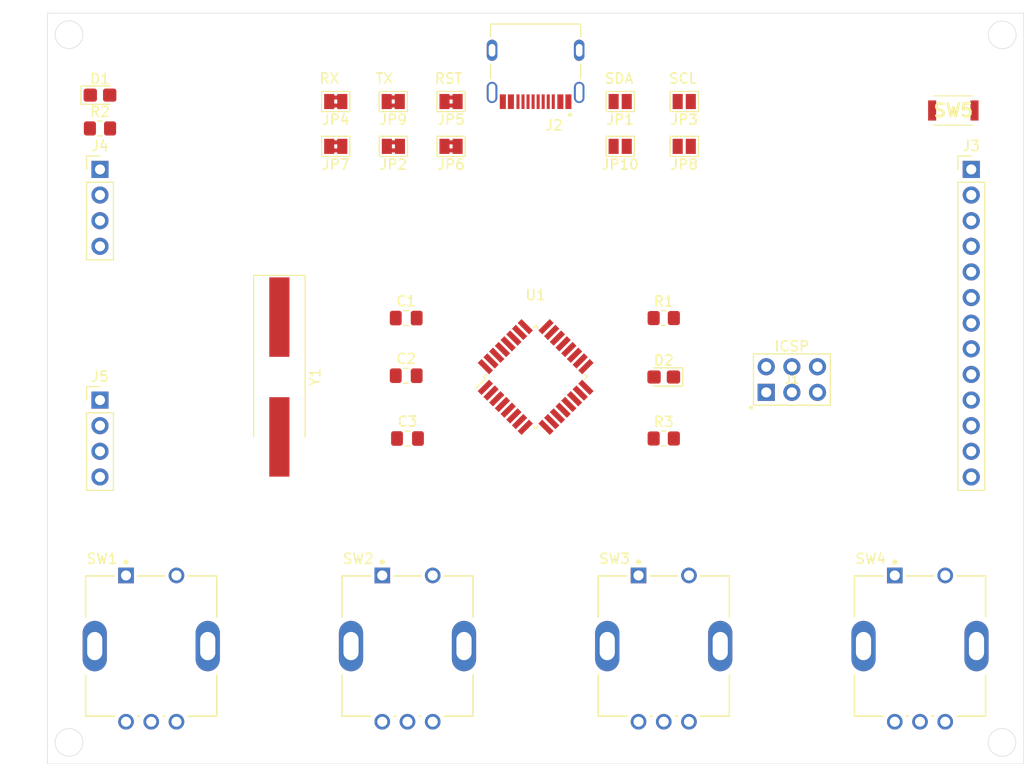
<source format=kicad_pcb>
(kicad_pcb (version 20171130) (host pcbnew "(5.1.10)-1")

  (general
    (thickness 1.6)
    (drawings 13)
    (tracks 0)
    (zones 0)
    (modules 30)
    (nets 41)
  )

  (page A4)
  (title_block
    (title "LightControl Console")
    (date 2021-08-10)
    (rev v00)
    (comment 4 "Author: GHOSCHT")
  )

  (layers
    (0 F.Cu signal)
    (31 B.Cu signal)
    (32 B.Adhes user)
    (33 F.Adhes user)
    (34 B.Paste user)
    (35 F.Paste user)
    (36 B.SilkS user)
    (37 F.SilkS user)
    (38 B.Mask user)
    (39 F.Mask user)
    (40 Dwgs.User user)
    (41 Cmts.User user)
    (42 Eco1.User user)
    (43 Eco2.User user)
    (44 Edge.Cuts user)
    (45 Margin user)
    (46 B.CrtYd user)
    (47 F.CrtYd user)
    (48 B.Fab user)
    (49 F.Fab user)
  )

  (setup
    (last_trace_width 0.25)
    (trace_clearance 0.2)
    (zone_clearance 0.508)
    (zone_45_only no)
    (trace_min 0.2)
    (via_size 0.8)
    (via_drill 0.4)
    (via_min_size 0.4)
    (via_min_drill 0.3)
    (uvia_size 0.3)
    (uvia_drill 0.1)
    (uvias_allowed no)
    (uvia_min_size 0.2)
    (uvia_min_drill 0.1)
    (edge_width 0.05)
    (segment_width 0.2)
    (pcb_text_width 0.3)
    (pcb_text_size 1.5 1.5)
    (mod_edge_width 0.12)
    (mod_text_size 1 1)
    (mod_text_width 0.15)
    (pad_size 1.524 1.524)
    (pad_drill 0.762)
    (pad_to_mask_clearance 0)
    (aux_axis_origin 0 0)
    (visible_elements 7FFFFFFF)
    (pcbplotparams
      (layerselection 0x010fc_ffffffff)
      (usegerberextensions false)
      (usegerberattributes true)
      (usegerberadvancedattributes true)
      (creategerberjobfile true)
      (excludeedgelayer true)
      (linewidth 0.100000)
      (plotframeref false)
      (viasonmask false)
      (mode 1)
      (useauxorigin false)
      (hpglpennumber 1)
      (hpglpenspeed 20)
      (hpglpendiameter 15.000000)
      (psnegative false)
      (psa4output false)
      (plotreference true)
      (plotvalue true)
      (plotinvisibletext false)
      (padsonsilk false)
      (subtractmaskfromsilk false)
      (outputformat 1)
      (mirror false)
      (drillshape 1)
      (scaleselection 1)
      (outputdirectory ""))
  )

  (net 0 "")
  (net 1 "Net-(U1-Pad19)")
  (net 2 "Net-(U1-Pad20)")
  (net 3 "Net-(U1-Pad22)")
  (net 4 GND)
  (net 5 VCC)
  (net 6 XTAL1)
  (net 7 XTAL2)
  (net 8 "Net-(D1-Pad2)")
  (net 9 MOSI)
  (net 10 SCK)
  (net 11 MISO)
  (net 12 RST)
  (net 13 "Net-(J2-PadA6)")
  (net 14 "Net-(J2-PadB7)")
  (net 15 "Net-(J2-PadA5)")
  (net 16 "Net-(J2-PadB8)")
  (net 17 "Net-(J2-PadA7)")
  (net 18 "Net-(J2-PadB6)")
  (net 19 "Net-(J2-PadA8)")
  (net 20 "Net-(J2-PadB5)")
  (net 21 BTN4)
  (net 22 BTN3)
  (net 23 BTN2)
  (net 24 BTN1)
  (net 25 ENC4B)
  (net 26 ENC4A)
  (net 27 ENC3B)
  (net 28 ENC3A)
  (net 29 ENC2B)
  (net 30 ENC2A)
  (net 31 ENC1B)
  (net 32 ENC1A)
  (net 33 TX)
  (net 34 RX)
  (net 35 SDA)
  (net 36 SCL)
  (net 37 "Net-(D2-Pad2)")
  (net 38 LED)
  (net 39 "Net-(U1-Pad3)")
  (net 40 "Net-(U1-Pad6)")

  (net_class Default "This is the default net class."
    (clearance 0.2)
    (trace_width 0.25)
    (via_dia 0.8)
    (via_drill 0.4)
    (uvia_dia 0.3)
    (uvia_drill 0.1)
    (add_net BTN1)
    (add_net BTN2)
    (add_net BTN3)
    (add_net BTN4)
    (add_net ENC1A)
    (add_net ENC1B)
    (add_net ENC2A)
    (add_net ENC2B)
    (add_net ENC3A)
    (add_net ENC3B)
    (add_net ENC4A)
    (add_net ENC4B)
    (add_net GND)
    (add_net LED)
    (add_net MISO)
    (add_net MOSI)
    (add_net "Net-(D1-Pad2)")
    (add_net "Net-(D2-Pad2)")
    (add_net "Net-(J2-PadA5)")
    (add_net "Net-(J2-PadA6)")
    (add_net "Net-(J2-PadA7)")
    (add_net "Net-(J2-PadA8)")
    (add_net "Net-(J2-PadB5)")
    (add_net "Net-(J2-PadB6)")
    (add_net "Net-(J2-PadB7)")
    (add_net "Net-(J2-PadB8)")
    (add_net "Net-(U1-Pad19)")
    (add_net "Net-(U1-Pad20)")
    (add_net "Net-(U1-Pad22)")
    (add_net "Net-(U1-Pad3)")
    (add_net "Net-(U1-Pad6)")
    (add_net RST)
    (add_net RX)
    (add_net SCK)
    (add_net SCL)
    (add_net SDA)
    (add_net TX)
    (add_net VCC)
    (add_net XTAL1)
    (add_net XTAL2)
  )

  (module AVR-ISP:AVR-ISP (layer F.Cu) (tedit 611E649A) (tstamp 611E7B2B)
    (at 167.64 75.184)
    (path /61134728)
    (fp_text reference J1 (at 0 0) (layer F.SilkS)
      (effects (font (size 0.787402 0.787402) (thickness 0.15)))
    )
    (fp_text value AVR-ISP-6 (at 0 0) (layer F.Fab)
      (effects (font (size 0.787402 0.787402) (thickness 0.15)))
    )
    (fp_text user ICSP (at 0 -3.302) (layer F.SilkS)
      (effects (font (size 1 1) (thickness 0.15)))
    )
    (fp_line (start -3.81 -2.54) (end 3.81 -2.54) (layer F.SilkS) (width 0.127))
    (fp_line (start 3.81 -2.54) (end 3.81 2.54) (layer F.SilkS) (width 0.127))
    (fp_line (start 3.81 2.54) (end -3.81 2.54) (layer F.SilkS) (width 0.127))
    (fp_line (start -3.81 2.54) (end -3.81 -2.54) (layer F.SilkS) (width 0.127))
    (fp_circle (center -4.064 2.794) (end -3.964 2.794) (layer F.SilkS) (width 0.2))
    (pad 6 thru_hole circle (at 2.54 -1.27) (size 1.7 1.7) (drill 1) (layers *.Cu *.Mask)
      (net 4 GND))
    (pad 5 thru_hole circle (at 2.54 1.27) (size 1.7 1.7) (drill 1) (layers *.Cu *.Mask)
      (net 12 RST))
    (pad 1 thru_hole rect (at -2.54 1.27) (size 1.7 1.7) (drill 1) (layers *.Cu *.Mask)
      (net 11 MISO))
    (pad 2 thru_hole circle (at -2.54 -1.27) (size 1.7 1.7) (drill 1) (layers *.Cu *.Mask)
      (net 5 VCC))
    (pad 3 thru_hole circle (at 0 1.27) (size 1.7 1.7) (drill 1) (layers *.Cu *.Mask)
      (net 10 SCK))
    (pad 4 thru_hole circle (at 0 -1.27) (size 1.7 1.7) (drill 1) (layers *.Cu *.Mask)
      (net 9 MOSI))
    (model ${KISYS3DMOD}/Connector_PinHeader_2.54mm.3dshapes/PinHeader_2x03_P2.54mm_Vertical.step
      (offset (xyz -2.5 -1.3 0))
      (scale (xyz 1 1 1))
      (rotate (xyz 0 0 -90))
    )
  )

  (module Crystal:Crystal_SMD_HC49-SD_HandSoldering (layer F.Cu) (tedit 5A1AD52C) (tstamp 611E8E51)
    (at 116.84 74.93 270)
    (descr "SMD Crystal HC-49-SD http://cdn-reichelt.de/documents/datenblatt/B400/xxx-HC49-SMD.pdf, hand-soldering, 11.4x4.7mm^2 package")
    (tags "SMD SMT crystal hand-soldering")
    (path /6113484F)
    (attr smd)
    (fp_text reference Y1 (at 0 -3.55 90) (layer F.SilkS)
      (effects (font (size 1 1) (thickness 0.15)))
    )
    (fp_text value 16MHz (at 0 3.55 90) (layer F.Fab)
      (effects (font (size 1 1) (thickness 0.15)))
    )
    (fp_line (start -5.7 -2.35) (end -5.7 2.35) (layer F.Fab) (width 0.1))
    (fp_line (start -5.7 2.35) (end 5.7 2.35) (layer F.Fab) (width 0.1))
    (fp_line (start 5.7 2.35) (end 5.7 -2.35) (layer F.Fab) (width 0.1))
    (fp_line (start 5.7 -2.35) (end -5.7 -2.35) (layer F.Fab) (width 0.1))
    (fp_line (start -3.015 -2.115) (end 3.015 -2.115) (layer F.Fab) (width 0.1))
    (fp_line (start -3.015 2.115) (end 3.015 2.115) (layer F.Fab) (width 0.1))
    (fp_line (start 5.9 -2.55) (end -10.075 -2.55) (layer F.SilkS) (width 0.12))
    (fp_line (start -10.075 -2.55) (end -10.075 2.55) (layer F.SilkS) (width 0.12))
    (fp_line (start -10.075 2.55) (end 5.9 2.55) (layer F.SilkS) (width 0.12))
    (fp_line (start -10.2 -2.6) (end -10.2 2.6) (layer F.CrtYd) (width 0.05))
    (fp_line (start -10.2 2.6) (end 10.2 2.6) (layer F.CrtYd) (width 0.05))
    (fp_line (start 10.2 2.6) (end 10.2 -2.6) (layer F.CrtYd) (width 0.05))
    (fp_line (start 10.2 -2.6) (end -10.2 -2.6) (layer F.CrtYd) (width 0.05))
    (fp_arc (start 3.015 0) (end 3.015 -2.115) (angle 180) (layer F.Fab) (width 0.1))
    (fp_arc (start -3.015 0) (end -3.015 -2.115) (angle -180) (layer F.Fab) (width 0.1))
    (fp_text user %R (at 0 0 90) (layer F.Fab)
      (effects (font (size 1 1) (thickness 0.15)))
    )
    (pad 2 smd rect (at 5.9375 0 270) (size 7.875 2) (layers F.Cu F.Paste F.Mask)
      (net 7 XTAL2))
    (pad 1 smd rect (at -5.9375 0 270) (size 7.875 2) (layers F.Cu F.Paste F.Mask)
      (net 6 XTAL1))
    (model ${KISYS3DMOD}/Crystal.3dshapes/Crystal_SMD_HC49-SD.wrl
      (at (xyz 0 0 0))
      (scale (xyz 1 1 1))
      (rotate (xyz 0 0 0))
    )
  )

  (module Jumper:SolderJumper-2_P1.3mm_Open_Pad1.0x1.5mm (layer F.Cu) (tedit 5A3EABFC) (tstamp 611335D6)
    (at 150.622 47.625 180)
    (descr "SMD Solder Jumper, 1x1.5mm Pads, 0.3mm gap, open")
    (tags "solder jumper open")
    (path /6113282A)
    (attr virtual)
    (fp_text reference JP1 (at 0 -1.8) (layer F.SilkS)
      (effects (font (size 1 1) (thickness 0.15)))
    )
    (fp_text value SolderJumper (at -14.986 0.762) (layer F.Fab)
      (effects (font (size 1 1) (thickness 0.15)))
    )
    (fp_line (start -1.4 1) (end -1.4 -1) (layer F.SilkS) (width 0.12))
    (fp_line (start 1.4 1) (end -1.4 1) (layer F.SilkS) (width 0.12))
    (fp_line (start 1.4 -1) (end 1.4 1) (layer F.SilkS) (width 0.12))
    (fp_line (start -1.4 -1) (end 1.4 -1) (layer F.SilkS) (width 0.12))
    (fp_line (start -1.65 -1.25) (end 1.65 -1.25) (layer F.CrtYd) (width 0.05))
    (fp_line (start -1.65 -1.25) (end -1.65 1.25) (layer F.CrtYd) (width 0.05))
    (fp_line (start 1.65 1.25) (end 1.65 -1.25) (layer F.CrtYd) (width 0.05))
    (fp_line (start 1.65 1.25) (end -1.65 1.25) (layer F.CrtYd) (width 0.05))
    (pad 1 smd rect (at -0.65 0 180) (size 1 1.5) (layers F.Cu F.Mask)
      (net 35 SDA))
    (pad 2 smd rect (at 0.65 0 180) (size 1 1.5) (layers F.Cu F.Mask)
      (net 13 "Net-(J2-PadA6)"))
  )

  (module HRO_TYPE-C-31-M-12:HRO_TYPE-C-31-M-12 (layer F.Cu) (tedit 6112D184) (tstamp 6112D3E1)
    (at 142.24 42.545 180)
    (path /6112D89A)
    (fp_text reference J2 (at -1.825 -7.435) (layer F.SilkS)
      (effects (font (size 1 1) (thickness 0.15)))
    )
    (fp_text value TYPE-C-31-M-12 (at 6.43 4.135) (layer F.Fab)
      (effects (font (size 1 1) (thickness 0.15)))
    )
    (fp_line (start -4.47 2.6) (end 4.47 2.6) (layer F.Fab) (width 0.127))
    (fp_line (start 4.47 2.6) (end 4.47 -4.7) (layer F.Fab) (width 0.127))
    (fp_line (start 4.47 -4.7) (end -4.47 -4.7) (layer F.Fab) (width 0.127))
    (fp_line (start -4.47 -4.7) (end -4.47 2.6) (layer F.Fab) (width 0.127))
    (fp_line (start -4.47 -2.81) (end -4.47 -1.37) (layer F.SilkS) (width 0.127))
    (fp_line (start 4.47 -2.81) (end 4.47 -1.37) (layer F.SilkS) (width 0.127))
    (fp_line (start 4.47 1.37) (end 4.47 2.6) (layer F.SilkS) (width 0.127))
    (fp_line (start 4.47 2.6) (end -4.47 2.6) (layer F.SilkS) (width 0.127))
    (fp_line (start -4.47 2.6) (end -4.47 1.37) (layer F.SilkS) (width 0.127))
    (fp_line (start -5.095 2.85) (end 5.095 2.85) (layer F.CrtYd) (width 0.05))
    (fp_line (start 5.095 2.85) (end 5.095 -6.07) (layer F.CrtYd) (width 0.05))
    (fp_line (start 5.095 -6.07) (end -5.095 -6.07) (layer F.CrtYd) (width 0.05))
    (fp_line (start -5.095 -6.07) (end -5.095 2.85) (layer F.CrtYd) (width 0.05))
    (fp_circle (center -3.4 -6.4) (end -3.3 -6.4) (layer F.Fab) (width 0.2))
    (fp_circle (center -3.4 -6.4) (end -3.3 -6.4) (layer F.SilkS) (width 0.2))
    (pad A1B12 smd rect (at -3.25 -5.095 180) (size 0.6 1.45) (layers F.Cu F.Paste F.Mask)
      (net 4 GND))
    (pad A4B9 smd rect (at -2.45 -5.095 180) (size 0.6 1.45) (layers F.Cu F.Paste F.Mask)
      (net 5 VCC))
    (pad A6 smd rect (at -0.25 -5.095 180) (size 0.3 1.45) (layers F.Cu F.Paste F.Mask)
      (net 13 "Net-(J2-PadA6)"))
    (pad B7 smd rect (at -0.75 -5.095 180) (size 0.3 1.45) (layers F.Cu F.Paste F.Mask)
      (net 14 "Net-(J2-PadB7)"))
    (pad A5 smd rect (at -1.25 -5.095 180) (size 0.3 1.45) (layers F.Cu F.Paste F.Mask)
      (net 15 "Net-(J2-PadA5)"))
    (pad B8 smd rect (at -1.75 -5.095 180) (size 0.3 1.45) (layers F.Cu F.Paste F.Mask)
      (net 16 "Net-(J2-PadB8)"))
    (pad A7 smd rect (at 0.25 -5.095 180) (size 0.3 1.45) (layers F.Cu F.Paste F.Mask)
      (net 17 "Net-(J2-PadA7)"))
    (pad B6 smd rect (at 0.75 -5.095 180) (size 0.3 1.45) (layers F.Cu F.Paste F.Mask)
      (net 18 "Net-(J2-PadB6)"))
    (pad A8 smd rect (at 1.25 -5.095 180) (size 0.3 1.45) (layers F.Cu F.Paste F.Mask)
      (net 19 "Net-(J2-PadA8)"))
    (pad B5 smd rect (at 1.75 -5.095 180) (size 0.3 1.45) (layers F.Cu F.Paste F.Mask)
      (net 20 "Net-(J2-PadB5)"))
    (pad B4A9 smd rect (at 2.45 -5.095 180) (size 0.6 1.45) (layers F.Cu F.Paste F.Mask)
      (net 5 VCC))
    (pad B1A12 smd rect (at 3.25 -5.095 180) (size 0.6 1.45) (layers F.Cu F.Paste F.Mask)
      (net 4 GND))
    (pad S1 thru_hole oval (at -4.32 -4.18 180) (size 1.05 2.1) (drill oval 0.65 1.75) (layers *.Cu *.Mask)
      (net 4 GND))
    (pad S2 thru_hole oval (at 4.32 -4.18 180) (size 1.05 2.1) (drill oval 0.65 1.75) (layers *.Cu *.Mask)
      (net 4 GND))
    (pad S3 thru_hole oval (at -4.32 0 180) (size 1.05 2.1) (drill oval 0.65 1.25) (layers *.Cu *.Mask)
      (net 4 GND))
    (pad S4 thru_hole oval (at 4.32 0 180) (size 1.05 2.1) (drill oval 0.65 1.25) (layers *.Cu *.Mask)
      (net 4 GND))
    (pad None np_thru_hole circle (at -2.89 -3.65 180) (size 0.7 0.7) (drill 0.7) (layers *.Cu *.Mask))
    (pad None np_thru_hole circle (at 2.89 -3.65 180) (size 0.7 0.7) (drill 0.7) (layers *.Cu *.Mask))
    (model ${KIPRJMOD}/Libraries/HRO_TYPE-C-31-M-12.models/TYPE-C-31-M-12.step
      (at (xyz 0 0 0))
      (scale (xyz 1 1 1))
      (rotate (xyz -90 0 0))
    )
  )

  (module Capacitor_SMD:C_0805_2012Metric_Pad1.18x1.45mm_HandSolder (layer F.Cu) (tedit 5F68FEEF) (tstamp 611E907C)
    (at 129.413 69.088)
    (descr "Capacitor SMD 0805 (2012 Metric), square (rectangular) end terminal, IPC_7351 nominal with elongated pad for handsoldering. (Body size source: IPC-SM-782 page 76, https://www.pcb-3d.com/wordpress/wp-content/uploads/ipc-sm-782a_amendment_1_and_2.pdf, https://docs.google.com/spreadsheets/d/1BsfQQcO9C6DZCsRaXUlFlo91Tg2WpOkGARC1WS5S8t0/edit?usp=sharing), generated with kicad-footprint-generator")
    (tags "capacitor handsolder")
    (path /6113DC2F)
    (attr smd)
    (fp_text reference C1 (at 0 -1.68) (layer F.SilkS)
      (effects (font (size 1 1) (thickness 0.15)))
    )
    (fp_text value 22p (at 0 1.68) (layer F.Fab)
      (effects (font (size 1 1) (thickness 0.15)))
    )
    (fp_line (start 1.88 0.98) (end -1.88 0.98) (layer F.CrtYd) (width 0.05))
    (fp_line (start 1.88 -0.98) (end 1.88 0.98) (layer F.CrtYd) (width 0.05))
    (fp_line (start -1.88 -0.98) (end 1.88 -0.98) (layer F.CrtYd) (width 0.05))
    (fp_line (start -1.88 0.98) (end -1.88 -0.98) (layer F.CrtYd) (width 0.05))
    (fp_line (start -0.261252 0.735) (end 0.261252 0.735) (layer F.SilkS) (width 0.12))
    (fp_line (start -0.261252 -0.735) (end 0.261252 -0.735) (layer F.SilkS) (width 0.12))
    (fp_line (start 1 0.625) (end -1 0.625) (layer F.Fab) (width 0.1))
    (fp_line (start 1 -0.625) (end 1 0.625) (layer F.Fab) (width 0.1))
    (fp_line (start -1 -0.625) (end 1 -0.625) (layer F.Fab) (width 0.1))
    (fp_line (start -1 0.625) (end -1 -0.625) (layer F.Fab) (width 0.1))
    (fp_text user %R (at 0 0) (layer F.Fab)
      (effects (font (size 0.5 0.5) (thickness 0.08)))
    )
    (pad 1 smd roundrect (at -1.0375 0) (size 1.175 1.45) (layers F.Cu F.Paste F.Mask) (roundrect_rratio 0.212766)
      (net 6 XTAL1))
    (pad 2 smd roundrect (at 1.0375 0) (size 1.175 1.45) (layers F.Cu F.Paste F.Mask) (roundrect_rratio 0.212766)
      (net 4 GND))
    (model ${KISYS3DMOD}/Capacitor_SMD.3dshapes/C_0805_2012Metric.wrl
      (at (xyz 0 0 0))
      (scale (xyz 1 1 1))
      (rotate (xyz 0 0 0))
    )
  )

  (module Capacitor_SMD:C_0805_2012Metric_Pad1.18x1.45mm_HandSolder (layer F.Cu) (tedit 5F68FEEF) (tstamp 611E90DD)
    (at 129.413 74.803)
    (descr "Capacitor SMD 0805 (2012 Metric), square (rectangular) end terminal, IPC_7351 nominal with elongated pad for handsoldering. (Body size source: IPC-SM-782 page 76, https://www.pcb-3d.com/wordpress/wp-content/uploads/ipc-sm-782a_amendment_1_and_2.pdf, https://docs.google.com/spreadsheets/d/1BsfQQcO9C6DZCsRaXUlFlo91Tg2WpOkGARC1WS5S8t0/edit?usp=sharing), generated with kicad-footprint-generator")
    (tags "capacitor handsolder")
    (path /611448F1)
    (attr smd)
    (fp_text reference C2 (at 0 -1.68) (layer F.SilkS)
      (effects (font (size 1 1) (thickness 0.15)))
    )
    (fp_text value 22p (at 0 1.68) (layer F.Fab)
      (effects (font (size 1 1) (thickness 0.15)))
    )
    (fp_line (start -1 0.625) (end -1 -0.625) (layer F.Fab) (width 0.1))
    (fp_line (start -1 -0.625) (end 1 -0.625) (layer F.Fab) (width 0.1))
    (fp_line (start 1 -0.625) (end 1 0.625) (layer F.Fab) (width 0.1))
    (fp_line (start 1 0.625) (end -1 0.625) (layer F.Fab) (width 0.1))
    (fp_line (start -0.261252 -0.735) (end 0.261252 -0.735) (layer F.SilkS) (width 0.12))
    (fp_line (start -0.261252 0.735) (end 0.261252 0.735) (layer F.SilkS) (width 0.12))
    (fp_line (start -1.88 0.98) (end -1.88 -0.98) (layer F.CrtYd) (width 0.05))
    (fp_line (start -1.88 -0.98) (end 1.88 -0.98) (layer F.CrtYd) (width 0.05))
    (fp_line (start 1.88 -0.98) (end 1.88 0.98) (layer F.CrtYd) (width 0.05))
    (fp_line (start 1.88 0.98) (end -1.88 0.98) (layer F.CrtYd) (width 0.05))
    (fp_text user %R (at 0 0) (layer F.Fab)
      (effects (font (size 0.5 0.5) (thickness 0.08)))
    )
    (pad 2 smd roundrect (at 1.0375 0) (size 1.175 1.45) (layers F.Cu F.Paste F.Mask) (roundrect_rratio 0.212766)
      (net 4 GND))
    (pad 1 smd roundrect (at -1.0375 0) (size 1.175 1.45) (layers F.Cu F.Paste F.Mask) (roundrect_rratio 0.212766)
      (net 7 XTAL2))
    (model ${KISYS3DMOD}/Capacitor_SMD.3dshapes/C_0805_2012Metric.wrl
      (at (xyz 0 0 0))
      (scale (xyz 1 1 1))
      (rotate (xyz 0 0 0))
    )
  )

  (module Capacitor_SMD:C_0805_2012Metric_Pad1.18x1.45mm_HandSolder (layer F.Cu) (tedit 5F68FEEF) (tstamp 611F2681)
    (at 129.54 81.026)
    (descr "Capacitor SMD 0805 (2012 Metric), square (rectangular) end terminal, IPC_7351 nominal with elongated pad for handsoldering. (Body size source: IPC-SM-782 page 76, https://www.pcb-3d.com/wordpress/wp-content/uploads/ipc-sm-782a_amendment_1_and_2.pdf, https://docs.google.com/spreadsheets/d/1BsfQQcO9C6DZCsRaXUlFlo91Tg2WpOkGARC1WS5S8t0/edit?usp=sharing), generated with kicad-footprint-generator")
    (tags "capacitor handsolder")
    (path /6115564D)
    (attr smd)
    (fp_text reference C3 (at 0 -1.68) (layer F.SilkS)
      (effects (font (size 1 1) (thickness 0.15)))
    )
    (fp_text value 100n (at 0 1.68) (layer F.Fab)
      (effects (font (size 1 1) (thickness 0.15)))
    )
    (fp_line (start 1.88 0.98) (end -1.88 0.98) (layer F.CrtYd) (width 0.05))
    (fp_line (start 1.88 -0.98) (end 1.88 0.98) (layer F.CrtYd) (width 0.05))
    (fp_line (start -1.88 -0.98) (end 1.88 -0.98) (layer F.CrtYd) (width 0.05))
    (fp_line (start -1.88 0.98) (end -1.88 -0.98) (layer F.CrtYd) (width 0.05))
    (fp_line (start -0.261252 0.735) (end 0.261252 0.735) (layer F.SilkS) (width 0.12))
    (fp_line (start -0.261252 -0.735) (end 0.261252 -0.735) (layer F.SilkS) (width 0.12))
    (fp_line (start 1 0.625) (end -1 0.625) (layer F.Fab) (width 0.1))
    (fp_line (start 1 -0.625) (end 1 0.625) (layer F.Fab) (width 0.1))
    (fp_line (start -1 -0.625) (end 1 -0.625) (layer F.Fab) (width 0.1))
    (fp_line (start -1 0.625) (end -1 -0.625) (layer F.Fab) (width 0.1))
    (fp_text user %R (at 0 0) (layer F.Fab)
      (effects (font (size 0.5 0.5) (thickness 0.08)))
    )
    (pad 1 smd roundrect (at -1.0375 0) (size 1.175 1.45) (layers F.Cu F.Paste F.Mask) (roundrect_rratio 0.212766)
      (net 5 VCC))
    (pad 2 smd roundrect (at 1.0375 0) (size 1.175 1.45) (layers F.Cu F.Paste F.Mask) (roundrect_rratio 0.212766)
      (net 4 GND))
    (model ${KISYS3DMOD}/Capacitor_SMD.3dshapes/C_0805_2012Metric.wrl
      (at (xyz 0 0 0))
      (scale (xyz 1 1 1))
      (rotate (xyz 0 0 0))
    )
  )

  (module Jumper:SolderJumper-2_P1.3mm_Open_Pad1.0x1.5mm (layer F.Cu) (tedit 5A3EABFC) (tstamp 61133C33)
    (at 156.972 47.625 180)
    (descr "SMD Solder Jumper, 1x1.5mm Pads, 0.3mm gap, open")
    (tags "solder jumper open")
    (path /6118262C)
    (attr virtual)
    (fp_text reference JP3 (at 0 -1.8) (layer F.SilkS)
      (effects (font (size 1 1) (thickness 0.15)))
    )
    (fp_text value SolderJumper (at -8.636 -0.762) (layer F.Fab)
      (effects (font (size 1 1) (thickness 0.15)))
    )
    (fp_line (start 1.65 1.25) (end -1.65 1.25) (layer F.CrtYd) (width 0.05))
    (fp_line (start 1.65 1.25) (end 1.65 -1.25) (layer F.CrtYd) (width 0.05))
    (fp_line (start -1.65 -1.25) (end -1.65 1.25) (layer F.CrtYd) (width 0.05))
    (fp_line (start -1.65 -1.25) (end 1.65 -1.25) (layer F.CrtYd) (width 0.05))
    (fp_line (start -1.4 -1) (end 1.4 -1) (layer F.SilkS) (width 0.12))
    (fp_line (start 1.4 -1) (end 1.4 1) (layer F.SilkS) (width 0.12))
    (fp_line (start 1.4 1) (end -1.4 1) (layer F.SilkS) (width 0.12))
    (fp_line (start -1.4 1) (end -1.4 -1) (layer F.SilkS) (width 0.12))
    (pad 2 smd rect (at 0.65 0 180) (size 1 1.5) (layers F.Cu F.Mask)
      (net 17 "Net-(J2-PadA7)"))
    (pad 1 smd rect (at -0.65 0 180) (size 1 1.5) (layers F.Cu F.Mask)
      (net 36 SCL))
  )

  (module Jumper:SolderJumper-2_P1.3mm_Open_Pad1.0x1.5mm (layer F.Cu) (tedit 5A3EABFC) (tstamp 61133C79)
    (at 156.972 52.07 180)
    (descr "SMD Solder Jumper, 1x1.5mm Pads, 0.3mm gap, open")
    (tags "solder jumper open")
    (path /611A3587)
    (attr virtual)
    (fp_text reference JP8 (at 0 -1.8) (layer F.SilkS)
      (effects (font (size 1 1) (thickness 0.15)))
    )
    (fp_text value SolderJumper (at -8.636 0.762) (layer F.Fab)
      (effects (font (size 1 1) (thickness 0.15)))
    )
    (fp_line (start 1.65 1.25) (end -1.65 1.25) (layer F.CrtYd) (width 0.05))
    (fp_line (start 1.65 1.25) (end 1.65 -1.25) (layer F.CrtYd) (width 0.05))
    (fp_line (start -1.65 -1.25) (end -1.65 1.25) (layer F.CrtYd) (width 0.05))
    (fp_line (start -1.65 -1.25) (end 1.65 -1.25) (layer F.CrtYd) (width 0.05))
    (fp_line (start -1.4 -1) (end 1.4 -1) (layer F.SilkS) (width 0.12))
    (fp_line (start 1.4 -1) (end 1.4 1) (layer F.SilkS) (width 0.12))
    (fp_line (start 1.4 1) (end -1.4 1) (layer F.SilkS) (width 0.12))
    (fp_line (start -1.4 1) (end -1.4 -1) (layer F.SilkS) (width 0.12))
    (pad 2 smd rect (at 0.65 0 180) (size 1 1.5) (layers F.Cu F.Mask)
      (net 36 SCL))
    (pad 1 smd rect (at -0.65 0 180) (size 1 1.5) (layers F.Cu F.Mask)
      (net 14 "Net-(J2-PadB7)"))
  )

  (module Jumper:SolderJumper-2_P1.3mm_Open_Pad1.0x1.5mm (layer F.Cu) (tedit 5A3EABFC) (tstamp 61133C95)
    (at 150.622 52.07 180)
    (descr "SMD Solder Jumper, 1x1.5mm Pads, 0.3mm gap, open")
    (tags "solder jumper open")
    (path /611A3577)
    (attr virtual)
    (fp_text reference JP10 (at 0 -1.8) (layer F.SilkS)
      (effects (font (size 1 1) (thickness 0.15)))
    )
    (fp_text value SolderJumper (at -14.986 -0.762) (layer F.Fab)
      (effects (font (size 1 1) (thickness 0.15)))
    )
    (fp_line (start 1.65 1.25) (end -1.65 1.25) (layer F.CrtYd) (width 0.05))
    (fp_line (start 1.65 1.25) (end 1.65 -1.25) (layer F.CrtYd) (width 0.05))
    (fp_line (start -1.65 -1.25) (end -1.65 1.25) (layer F.CrtYd) (width 0.05))
    (fp_line (start -1.65 -1.25) (end 1.65 -1.25) (layer F.CrtYd) (width 0.05))
    (fp_line (start -1.4 -1) (end 1.4 -1) (layer F.SilkS) (width 0.12))
    (fp_line (start 1.4 -1) (end 1.4 1) (layer F.SilkS) (width 0.12))
    (fp_line (start 1.4 1) (end -1.4 1) (layer F.SilkS) (width 0.12))
    (fp_line (start -1.4 1) (end -1.4 -1) (layer F.SilkS) (width 0.12))
    (pad 2 smd rect (at 0.65 0 180) (size 1 1.5) (layers F.Cu F.Mask)
      (net 35 SDA))
    (pad 1 smd rect (at -0.65 0 180) (size 1 1.5) (layers F.Cu F.Mask)
      (net 18 "Net-(J2-PadB6)"))
  )

  (module Resistor_SMD:R_0805_2012Metric_Pad1.20x1.40mm_HandSolder (layer F.Cu) (tedit 5F68FEEE) (tstamp 611E7CDB)
    (at 154.94 69.088)
    (descr "Resistor SMD 0805 (2012 Metric), square (rectangular) end terminal, IPC_7351 nominal with elongated pad for handsoldering. (Body size source: IPC-SM-782 page 72, https://www.pcb-3d.com/wordpress/wp-content/uploads/ipc-sm-782a_amendment_1_and_2.pdf), generated with kicad-footprint-generator")
    (tags "resistor handsolder")
    (path /611669B4)
    (attr smd)
    (fp_text reference R1 (at 0 -1.65) (layer F.SilkS)
      (effects (font (size 1 1) (thickness 0.15)))
    )
    (fp_text value 10k (at 0 1.65) (layer F.Fab)
      (effects (font (size 1 1) (thickness 0.15)))
    )
    (fp_line (start 1.85 0.95) (end -1.85 0.95) (layer F.CrtYd) (width 0.05))
    (fp_line (start 1.85 -0.95) (end 1.85 0.95) (layer F.CrtYd) (width 0.05))
    (fp_line (start -1.85 -0.95) (end 1.85 -0.95) (layer F.CrtYd) (width 0.05))
    (fp_line (start -1.85 0.95) (end -1.85 -0.95) (layer F.CrtYd) (width 0.05))
    (fp_line (start -0.227064 0.735) (end 0.227064 0.735) (layer F.SilkS) (width 0.12))
    (fp_line (start -0.227064 -0.735) (end 0.227064 -0.735) (layer F.SilkS) (width 0.12))
    (fp_line (start 1 0.625) (end -1 0.625) (layer F.Fab) (width 0.1))
    (fp_line (start 1 -0.625) (end 1 0.625) (layer F.Fab) (width 0.1))
    (fp_line (start -1 -0.625) (end 1 -0.625) (layer F.Fab) (width 0.1))
    (fp_line (start -1 0.625) (end -1 -0.625) (layer F.Fab) (width 0.1))
    (fp_text user %R (at 0 0) (layer F.Fab)
      (effects (font (size 0.5 0.5) (thickness 0.08)))
    )
    (pad 1 smd roundrect (at -1 0) (size 1.2 1.4) (layers F.Cu F.Paste F.Mask) (roundrect_rratio 0.208333)
      (net 12 RST))
    (pad 2 smd roundrect (at 1 0) (size 1.2 1.4) (layers F.Cu F.Paste F.Mask) (roundrect_rratio 0.208333)
      (net 5 VCC))
    (model ${KISYS3DMOD}/Resistor_SMD.3dshapes/R_0805_2012Metric.wrl
      (at (xyz 0 0 0))
      (scale (xyz 1 1 1))
      (rotate (xyz 0 0 0))
    )
  )

  (module LED_SMD:LED_0805_2012Metric_Castellated (layer F.Cu) (tedit 5F68FEF1) (tstamp 61139289)
    (at 99.06 46.99)
    (descr "LED SMD 0805 (2012 Metric), castellated end terminal, IPC_7351 nominal, (Body size source: https://docs.google.com/spreadsheets/d/1BsfQQcO9C6DZCsRaXUlFlo91Tg2WpOkGARC1WS5S8t0/edit?usp=sharing), generated with kicad-footprint-generator")
    (tags "LED castellated")
    (path /6113FB23)
    (attr smd)
    (fp_text reference D1 (at 0 -1.6) (layer F.SilkS)
      (effects (font (size 1 1) (thickness 0.15)))
    )
    (fp_text value 17-21/BHC-XL2M2TY/3T (at 0 1.6) (layer F.Fab)
      (effects (font (size 1 1) (thickness 0.15)))
    )
    (fp_line (start 1.88 0.9) (end -1.88 0.9) (layer F.CrtYd) (width 0.05))
    (fp_line (start 1.88 -0.9) (end 1.88 0.9) (layer F.CrtYd) (width 0.05))
    (fp_line (start -1.88 -0.9) (end 1.88 -0.9) (layer F.CrtYd) (width 0.05))
    (fp_line (start -1.88 0.9) (end -1.88 -0.9) (layer F.CrtYd) (width 0.05))
    (fp_line (start -1.885 0.91) (end 1 0.91) (layer F.SilkS) (width 0.12))
    (fp_line (start -1.885 -0.91) (end -1.885 0.91) (layer F.SilkS) (width 0.12))
    (fp_line (start 1 -0.91) (end -1.885 -0.91) (layer F.SilkS) (width 0.12))
    (fp_line (start 1 0.6) (end 1 -0.6) (layer F.Fab) (width 0.1))
    (fp_line (start -1 0.6) (end 1 0.6) (layer F.Fab) (width 0.1))
    (fp_line (start -1 -0.3) (end -1 0.6) (layer F.Fab) (width 0.1))
    (fp_line (start -0.7 -0.6) (end -1 -0.3) (layer F.Fab) (width 0.1))
    (fp_line (start 1 -0.6) (end -0.7 -0.6) (layer F.Fab) (width 0.1))
    (fp_text user %R (at 0 0) (layer F.Fab)
      (effects (font (size 0.5 0.5) (thickness 0.08)))
    )
    (pad 1 smd roundrect (at -0.9625 0) (size 1.325 1.3) (layers F.Cu F.Paste F.Mask) (roundrect_rratio 0.192308)
      (net 4 GND))
    (pad 2 smd roundrect (at 0.9625 0) (size 1.325 1.3) (layers F.Cu F.Paste F.Mask) (roundrect_rratio 0.192308)
      (net 8 "Net-(D1-Pad2)"))
    (model ${KISYS3DMOD}/LED_SMD.3dshapes/LED_0805_2012Metric_Castellated.wrl
      (at (xyz 0 0 0))
      (scale (xyz 1 1 1))
      (rotate (xyz 0 0 0))
    )
  )

  (module Resistor_SMD:R_0805_2012Metric_Pad1.20x1.40mm_HandSolder (layer F.Cu) (tedit 5F68FEEE) (tstamp 611392F4)
    (at 99.06 50.292)
    (descr "Resistor SMD 0805 (2012 Metric), square (rectangular) end terminal, IPC_7351 nominal with elongated pad for handsoldering. (Body size source: IPC-SM-782 page 72, https://www.pcb-3d.com/wordpress/wp-content/uploads/ipc-sm-782a_amendment_1_and_2.pdf), generated with kicad-footprint-generator")
    (tags "resistor handsolder")
    (path /6114AFDD)
    (attr smd)
    (fp_text reference R2 (at 0 -1.65) (layer F.SilkS)
      (effects (font (size 1 1) (thickness 0.15)))
    )
    (fp_text value 200 (at 0 1.65) (layer F.Fab)
      (effects (font (size 1 1) (thickness 0.15)))
    )
    (fp_line (start 1.85 0.95) (end -1.85 0.95) (layer F.CrtYd) (width 0.05))
    (fp_line (start 1.85 -0.95) (end 1.85 0.95) (layer F.CrtYd) (width 0.05))
    (fp_line (start -1.85 -0.95) (end 1.85 -0.95) (layer F.CrtYd) (width 0.05))
    (fp_line (start -1.85 0.95) (end -1.85 -0.95) (layer F.CrtYd) (width 0.05))
    (fp_line (start -0.227064 0.735) (end 0.227064 0.735) (layer F.SilkS) (width 0.12))
    (fp_line (start -0.227064 -0.735) (end 0.227064 -0.735) (layer F.SilkS) (width 0.12))
    (fp_line (start 1 0.625) (end -1 0.625) (layer F.Fab) (width 0.1))
    (fp_line (start 1 -0.625) (end 1 0.625) (layer F.Fab) (width 0.1))
    (fp_line (start -1 -0.625) (end 1 -0.625) (layer F.Fab) (width 0.1))
    (fp_line (start -1 0.625) (end -1 -0.625) (layer F.Fab) (width 0.1))
    (fp_text user %R (at 0 0) (layer F.Fab)
      (effects (font (size 0.5 0.5) (thickness 0.08)))
    )
    (pad 1 smd roundrect (at -1 0) (size 1.2 1.4) (layers F.Cu F.Paste F.Mask) (roundrect_rratio 0.208333)
      (net 8 "Net-(D1-Pad2)"))
    (pad 2 smd roundrect (at 1 0) (size 1.2 1.4) (layers F.Cu F.Paste F.Mask) (roundrect_rratio 0.208333)
      (net 5 VCC))
    (model ${KISYS3DMOD}/Resistor_SMD.3dshapes/R_0805_2012Metric.wrl
      (at (xyz 0 0 0))
      (scale (xyz 1 1 1))
      (rotate (xyz 0 0 0))
    )
  )

  (module Jumper:SolderJumper-2_P1.3mm_Bridged2Bar_Pad1.0x1.5mm (layer F.Cu) (tedit 5C756A82) (tstamp 6119890D)
    (at 128.143 52.07 180)
    (descr "SMD Solder Jumper, 1x1.5mm Pads, 0.3mm gap, bridged with 2 copper strips")
    (tags "solder jumper open")
    (path /611AC9C3)
    (attr virtual)
    (fp_text reference JP2 (at 0 -1.8) (layer F.SilkS)
      (effects (font (size 1 1) (thickness 0.15)))
    )
    (fp_text value SolderJumper_Bridged (at 15.748 0.889) (layer F.Fab)
      (effects (font (size 1 1) (thickness 0.15)))
    )
    (fp_line (start -1.4 1) (end -1.4 -1) (layer F.SilkS) (width 0.12))
    (fp_line (start 1.4 1) (end -1.4 1) (layer F.SilkS) (width 0.12))
    (fp_line (start 1.4 -1) (end 1.4 1) (layer F.SilkS) (width 0.12))
    (fp_line (start -1.4 -1) (end 1.4 -1) (layer F.SilkS) (width 0.12))
    (fp_line (start -1.65 -1.25) (end 1.65 -1.25) (layer F.CrtYd) (width 0.05))
    (fp_line (start -1.65 -1.25) (end -1.65 1.25) (layer F.CrtYd) (width 0.05))
    (fp_line (start 1.65 1.25) (end 1.65 -1.25) (layer F.CrtYd) (width 0.05))
    (fp_line (start 1.65 1.25) (end -1.65 1.25) (layer F.CrtYd) (width 0.05))
    (fp_poly (pts (xy -0.25 0.2) (xy 0.25 0.2) (xy 0.25 0.6) (xy -0.25 0.6)) (layer F.Cu) (width 0))
    (fp_poly (pts (xy -0.25 -0.6) (xy 0.25 -0.6) (xy 0.25 -0.2) (xy -0.25 -0.2)) (layer F.Cu) (width 0))
    (pad 2 smd rect (at 0.65 0 180) (size 1 1.5) (layers F.Cu F.Mask)
      (net 13 "Net-(J2-PadA6)"))
    (pad 1 smd rect (at -0.65 0 180) (size 1 1.5) (layers F.Cu F.Mask)
      (net 33 TX))
  )

  (module Jumper:SolderJumper-2_P1.3mm_Bridged2Bar_Pad1.0x1.5mm (layer F.Cu) (tedit 5C756A82) (tstamp 6119891D)
    (at 122.428 47.625 180)
    (descr "SMD Solder Jumper, 1x1.5mm Pads, 0.3mm gap, bridged with 2 copper strips")
    (tags "solder jumper open")
    (path /611AE464)
    (attr virtual)
    (fp_text reference JP4 (at 0 -1.8) (layer F.SilkS)
      (effects (font (size 1 1) (thickness 0.15)))
    )
    (fp_text value SolderJumper_Bridged (at 10.033 -0.508) (layer F.Fab)
      (effects (font (size 1 1) (thickness 0.15)))
    )
    (fp_poly (pts (xy -0.25 -0.6) (xy 0.25 -0.6) (xy 0.25 -0.2) (xy -0.25 -0.2)) (layer F.Cu) (width 0))
    (fp_poly (pts (xy -0.25 0.2) (xy 0.25 0.2) (xy 0.25 0.6) (xy -0.25 0.6)) (layer F.Cu) (width 0))
    (fp_line (start 1.65 1.25) (end -1.65 1.25) (layer F.CrtYd) (width 0.05))
    (fp_line (start 1.65 1.25) (end 1.65 -1.25) (layer F.CrtYd) (width 0.05))
    (fp_line (start -1.65 -1.25) (end -1.65 1.25) (layer F.CrtYd) (width 0.05))
    (fp_line (start -1.65 -1.25) (end 1.65 -1.25) (layer F.CrtYd) (width 0.05))
    (fp_line (start -1.4 -1) (end 1.4 -1) (layer F.SilkS) (width 0.12))
    (fp_line (start 1.4 -1) (end 1.4 1) (layer F.SilkS) (width 0.12))
    (fp_line (start 1.4 1) (end -1.4 1) (layer F.SilkS) (width 0.12))
    (fp_line (start -1.4 1) (end -1.4 -1) (layer F.SilkS) (width 0.12))
    (pad 1 smd rect (at -0.65 0 180) (size 1 1.5) (layers F.Cu F.Mask)
      (net 34 RX))
    (pad 2 smd rect (at 0.65 0 180) (size 1 1.5) (layers F.Cu F.Mask)
      (net 17 "Net-(J2-PadA7)"))
  )

  (module Jumper:SolderJumper-2_P1.3mm_Bridged2Bar_Pad1.0x1.5mm (layer F.Cu) (tedit 5C756A82) (tstamp 6119892D)
    (at 133.858 47.625 180)
    (descr "SMD Solder Jumper, 1x1.5mm Pads, 0.3mm gap, bridged with 2 copper strips")
    (tags "solder jumper open")
    (path /611AECF9)
    (attr virtual)
    (fp_text reference JP5 (at 0 -1.8) (layer F.SilkS)
      (effects (font (size 1 1) (thickness 0.15)))
    )
    (fp_text value SolderJumper_Bridged (at 21.463 1.016) (layer F.Fab)
      (effects (font (size 1 1) (thickness 0.15)))
    )
    (fp_line (start -1.4 1) (end -1.4 -1) (layer F.SilkS) (width 0.12))
    (fp_line (start 1.4 1) (end -1.4 1) (layer F.SilkS) (width 0.12))
    (fp_line (start 1.4 -1) (end 1.4 1) (layer F.SilkS) (width 0.12))
    (fp_line (start -1.4 -1) (end 1.4 -1) (layer F.SilkS) (width 0.12))
    (fp_line (start -1.65 -1.25) (end 1.65 -1.25) (layer F.CrtYd) (width 0.05))
    (fp_line (start -1.65 -1.25) (end -1.65 1.25) (layer F.CrtYd) (width 0.05))
    (fp_line (start 1.65 1.25) (end 1.65 -1.25) (layer F.CrtYd) (width 0.05))
    (fp_line (start 1.65 1.25) (end -1.65 1.25) (layer F.CrtYd) (width 0.05))
    (fp_poly (pts (xy -0.25 0.2) (xy 0.25 0.2) (xy 0.25 0.6) (xy -0.25 0.6)) (layer F.Cu) (width 0))
    (fp_poly (pts (xy -0.25 -0.6) (xy 0.25 -0.6) (xy 0.25 -0.2) (xy -0.25 -0.2)) (layer F.Cu) (width 0))
    (pad 2 smd rect (at 0.65 0 180) (size 1 1.5) (layers F.Cu F.Mask)
      (net 19 "Net-(J2-PadA8)"))
    (pad 1 smd rect (at -0.65 0 180) (size 1 1.5) (layers F.Cu F.Mask)
      (net 12 RST))
  )

  (module Jumper:SolderJumper-2_P1.3mm_Bridged2Bar_Pad1.0x1.5mm (layer F.Cu) (tedit 5C756A82) (tstamp 6119893D)
    (at 133.858 52.07 180)
    (descr "SMD Solder Jumper, 1x1.5mm Pads, 0.3mm gap, bridged with 2 copper strips")
    (tags "solder jumper open")
    (path /611AF363)
    (attr virtual)
    (fp_text reference JP6 (at 0 -1.8) (layer F.SilkS)
      (effects (font (size 1 1) (thickness 0.15)))
    )
    (fp_text value SolderJumper_Bridged (at 21.463 -0.635) (layer F.Fab)
      (effects (font (size 1 1) (thickness 0.15)))
    )
    (fp_poly (pts (xy -0.25 -0.6) (xy 0.25 -0.6) (xy 0.25 -0.2) (xy -0.25 -0.2)) (layer F.Cu) (width 0))
    (fp_poly (pts (xy -0.25 0.2) (xy 0.25 0.2) (xy 0.25 0.6) (xy -0.25 0.6)) (layer F.Cu) (width 0))
    (fp_line (start 1.65 1.25) (end -1.65 1.25) (layer F.CrtYd) (width 0.05))
    (fp_line (start 1.65 1.25) (end 1.65 -1.25) (layer F.CrtYd) (width 0.05))
    (fp_line (start -1.65 -1.25) (end -1.65 1.25) (layer F.CrtYd) (width 0.05))
    (fp_line (start -1.65 -1.25) (end 1.65 -1.25) (layer F.CrtYd) (width 0.05))
    (fp_line (start -1.4 -1) (end 1.4 -1) (layer F.SilkS) (width 0.12))
    (fp_line (start 1.4 -1) (end 1.4 1) (layer F.SilkS) (width 0.12))
    (fp_line (start 1.4 1) (end -1.4 1) (layer F.SilkS) (width 0.12))
    (fp_line (start -1.4 1) (end -1.4 -1) (layer F.SilkS) (width 0.12))
    (pad 1 smd rect (at -0.65 0 180) (size 1 1.5) (layers F.Cu F.Mask)
      (net 16 "Net-(J2-PadB8)"))
    (pad 2 smd rect (at 0.65 0 180) (size 1 1.5) (layers F.Cu F.Mask)
      (net 12 RST))
  )

  (module Jumper:SolderJumper-2_P1.3mm_Bridged2Bar_Pad1.0x1.5mm (layer F.Cu) (tedit 5C756A82) (tstamp 6119894D)
    (at 122.428 52.07 180)
    (descr "SMD Solder Jumper, 1x1.5mm Pads, 0.3mm gap, bridged with 2 copper strips")
    (tags "solder jumper open")
    (path /611B0523)
    (attr virtual)
    (fp_text reference JP7 (at 0 -1.8) (layer F.SilkS)
      (effects (font (size 1 1) (thickness 0.15)))
    )
    (fp_text value SolderJumper_Bridged (at 10.033 2.413) (layer F.Fab)
      (effects (font (size 1 1) (thickness 0.15)))
    )
    (fp_poly (pts (xy -0.25 -0.6) (xy 0.25 -0.6) (xy 0.25 -0.2) (xy -0.25 -0.2)) (layer F.Cu) (width 0))
    (fp_poly (pts (xy -0.25 0.2) (xy 0.25 0.2) (xy 0.25 0.6) (xy -0.25 0.6)) (layer F.Cu) (width 0))
    (fp_line (start 1.65 1.25) (end -1.65 1.25) (layer F.CrtYd) (width 0.05))
    (fp_line (start 1.65 1.25) (end 1.65 -1.25) (layer F.CrtYd) (width 0.05))
    (fp_line (start -1.65 -1.25) (end -1.65 1.25) (layer F.CrtYd) (width 0.05))
    (fp_line (start -1.65 -1.25) (end 1.65 -1.25) (layer F.CrtYd) (width 0.05))
    (fp_line (start -1.4 -1) (end 1.4 -1) (layer F.SilkS) (width 0.12))
    (fp_line (start 1.4 -1) (end 1.4 1) (layer F.SilkS) (width 0.12))
    (fp_line (start 1.4 1) (end -1.4 1) (layer F.SilkS) (width 0.12))
    (fp_line (start -1.4 1) (end -1.4 -1) (layer F.SilkS) (width 0.12))
    (pad 1 smd rect (at -0.65 0 180) (size 1 1.5) (layers F.Cu F.Mask)
      (net 14 "Net-(J2-PadB7)"))
    (pad 2 smd rect (at 0.65 0 180) (size 1 1.5) (layers F.Cu F.Mask)
      (net 34 RX))
  )

  (module Jumper:SolderJumper-2_P1.3mm_Bridged2Bar_Pad1.0x1.5mm (layer F.Cu) (tedit 5C756A82) (tstamp 6119895D)
    (at 128.128 47.625 180)
    (descr "SMD Solder Jumper, 1x1.5mm Pads, 0.3mm gap, bridged with 2 copper strips")
    (tags "solder jumper open")
    (path /611B0A60)
    (attr virtual)
    (fp_text reference JP9 (at 0 -1.8) (layer F.SilkS)
      (effects (font (size 1 1) (thickness 0.15)))
    )
    (fp_text value SolderJumper_Bridged (at 15.733 2.54) (layer F.Fab)
      (effects (font (size 1 1) (thickness 0.15)))
    )
    (fp_line (start -1.4 1) (end -1.4 -1) (layer F.SilkS) (width 0.12))
    (fp_line (start 1.4 1) (end -1.4 1) (layer F.SilkS) (width 0.12))
    (fp_line (start 1.4 -1) (end 1.4 1) (layer F.SilkS) (width 0.12))
    (fp_line (start -1.4 -1) (end 1.4 -1) (layer F.SilkS) (width 0.12))
    (fp_line (start -1.65 -1.25) (end 1.65 -1.25) (layer F.CrtYd) (width 0.05))
    (fp_line (start -1.65 -1.25) (end -1.65 1.25) (layer F.CrtYd) (width 0.05))
    (fp_line (start 1.65 1.25) (end 1.65 -1.25) (layer F.CrtYd) (width 0.05))
    (fp_line (start 1.65 1.25) (end -1.65 1.25) (layer F.CrtYd) (width 0.05))
    (fp_poly (pts (xy -0.25 0.2) (xy 0.25 0.2) (xy 0.25 0.6) (xy -0.25 0.6)) (layer F.Cu) (width 0))
    (fp_poly (pts (xy -0.25 -0.6) (xy 0.25 -0.6) (xy 0.25 -0.2) (xy -0.25 -0.2)) (layer F.Cu) (width 0))
    (pad 2 smd rect (at 0.65 0 180) (size 1 1.5) (layers F.Cu F.Mask)
      (net 33 TX))
    (pad 1 smd rect (at -0.65 0 180) (size 1 1.5) (layers F.Cu F.Mask)
      (net 18 "Net-(J2-PadB6)"))
  )

  (module SKRKAEE020:SKRKAEE020 (layer F.Cu) (tedit 0) (tstamp 6119896E)
    (at 183.642 48.514)
    (descr SKRKAEE020)
    (tags Switch)
    (path /6132D0B4)
    (attr smd)
    (fp_text reference SW5 (at 0 0) (layer F.SilkS)
      (effects (font (size 1.27 1.27) (thickness 0.254)))
    )
    (fp_text value SW_Push (at 0 0) (layer F.SilkS) hide
      (effects (font (size 1.27 1.27) (thickness 0.254)))
    )
    (fp_line (start -1.95 -1.45) (end 1.95 -1.45) (layer F.SilkS) (width 0.1))
    (fp_line (start -1.95 1.45) (end 1.95 1.45) (layer F.SilkS) (width 0.1))
    (fp_line (start -3.5 2.45) (end -3.5 -2.45) (layer F.CrtYd) (width 0.1))
    (fp_line (start 3.5 2.45) (end -3.5 2.45) (layer F.CrtYd) (width 0.1))
    (fp_line (start 3.5 -2.45) (end 3.5 2.45) (layer F.CrtYd) (width 0.1))
    (fp_line (start -3.5 -2.45) (end 3.5 -2.45) (layer F.CrtYd) (width 0.1))
    (fp_line (start -1.95 1.45) (end -1.95 -1.45) (layer F.Fab) (width 0.2))
    (fp_line (start 1.95 1.45) (end -1.95 1.45) (layer F.Fab) (width 0.2))
    (fp_line (start 1.95 -1.45) (end 1.95 1.45) (layer F.Fab) (width 0.2))
    (fp_line (start -1.95 -1.45) (end 1.95 -1.45) (layer F.Fab) (width 0.2))
    (fp_text user %R (at 0 0) (layer F.Fab)
      (effects (font (size 1.27 1.27) (thickness 0.254)))
    )
    (pad 1 smd rect (at -2.1 0) (size 0.8 2) (layers F.Cu F.Paste F.Mask)
      (net 12 RST))
    (pad 2 smd rect (at 2.1 0) (size 0.8 2) (layers F.Cu F.Paste F.Mask)
      (net 4 GND))
    (model ${KIPRJMOD}/Libraries/SKRKAEE020.models/SKRKAEE020.stp
      (offset (xyz 0 0 0.7499999887361273))
      (scale (xyz 1 1 1))
      (rotate (xyz -90 0 0))
    )
  )

  (module LED_SMD:LED_0805_2012Metric_Castellated (layer F.Cu) (tedit 5F68FEF1) (tstamp 611BEFF3)
    (at 154.94 74.93 180)
    (descr "LED SMD 0805 (2012 Metric), castellated end terminal, IPC_7351 nominal, (Body size source: https://docs.google.com/spreadsheets/d/1BsfQQcO9C6DZCsRaXUlFlo91Tg2WpOkGARC1WS5S8t0/edit?usp=sharing), generated with kicad-footprint-generator")
    (tags "LED castellated")
    (path /61D1A3B1)
    (attr smd)
    (fp_text reference D2 (at 0 1.651) (layer F.SilkS)
      (effects (font (size 1 1) (thickness 0.15)))
    )
    (fp_text value 17-21/BHC-XL2M2TY/3T (at 0 -1.778) (layer F.Fab)
      (effects (font (size 1 1) (thickness 0.15)))
    )
    (fp_line (start 1 -0.6) (end -0.7 -0.6) (layer F.Fab) (width 0.1))
    (fp_line (start -0.7 -0.6) (end -1 -0.3) (layer F.Fab) (width 0.1))
    (fp_line (start -1 -0.3) (end -1 0.6) (layer F.Fab) (width 0.1))
    (fp_line (start -1 0.6) (end 1 0.6) (layer F.Fab) (width 0.1))
    (fp_line (start 1 0.6) (end 1 -0.6) (layer F.Fab) (width 0.1))
    (fp_line (start 1 -0.91) (end -1.885 -0.91) (layer F.SilkS) (width 0.12))
    (fp_line (start -1.885 -0.91) (end -1.885 0.91) (layer F.SilkS) (width 0.12))
    (fp_line (start -1.885 0.91) (end 1 0.91) (layer F.SilkS) (width 0.12))
    (fp_line (start -1.88 0.9) (end -1.88 -0.9) (layer F.CrtYd) (width 0.05))
    (fp_line (start -1.88 -0.9) (end 1.88 -0.9) (layer F.CrtYd) (width 0.05))
    (fp_line (start 1.88 -0.9) (end 1.88 0.9) (layer F.CrtYd) (width 0.05))
    (fp_line (start 1.88 0.9) (end -1.88 0.9) (layer F.CrtYd) (width 0.05))
    (fp_text user %R (at 0 0) (layer F.Fab)
      (effects (font (size 0.5 0.5) (thickness 0.08)))
    )
    (pad 1 smd roundrect (at -0.9625 0 180) (size 1.325 1.3) (layers F.Cu F.Paste F.Mask) (roundrect_rratio 0.192308)
      (net 4 GND))
    (pad 2 smd roundrect (at 0.9625 0 180) (size 1.325 1.3) (layers F.Cu F.Paste F.Mask) (roundrect_rratio 0.192308)
      (net 37 "Net-(D2-Pad2)"))
    (model ${KISYS3DMOD}/LED_SMD.3dshapes/LED_0805_2012Metric_Castellated.wrl
      (at (xyz 0 0 0))
      (scale (xyz 1 1 1))
      (rotate (xyz 0 0 0))
    )
  )

  (module Resistor_SMD:R_0805_2012Metric_Pad1.20x1.40mm_HandSolder (layer F.Cu) (tedit 5F68FEEE) (tstamp 611BF004)
    (at 154.94 81.026 180)
    (descr "Resistor SMD 0805 (2012 Metric), square (rectangular) end terminal, IPC_7351 nominal with elongated pad for handsoldering. (Body size source: IPC-SM-782 page 72, https://www.pcb-3d.com/wordpress/wp-content/uploads/ipc-sm-782a_amendment_1_and_2.pdf), generated with kicad-footprint-generator")
    (tags "resistor handsolder")
    (path /61D1A3B7)
    (attr smd)
    (fp_text reference R3 (at 0 1.651) (layer F.SilkS)
      (effects (font (size 1 1) (thickness 0.15)))
    )
    (fp_text value 200 (at 0 -1.778) (layer F.Fab)
      (effects (font (size 1 1) (thickness 0.15)))
    )
    (fp_line (start -1 0.625) (end -1 -0.625) (layer F.Fab) (width 0.1))
    (fp_line (start -1 -0.625) (end 1 -0.625) (layer F.Fab) (width 0.1))
    (fp_line (start 1 -0.625) (end 1 0.625) (layer F.Fab) (width 0.1))
    (fp_line (start 1 0.625) (end -1 0.625) (layer F.Fab) (width 0.1))
    (fp_line (start -0.227064 -0.735) (end 0.227064 -0.735) (layer F.SilkS) (width 0.12))
    (fp_line (start -0.227064 0.735) (end 0.227064 0.735) (layer F.SilkS) (width 0.12))
    (fp_line (start -1.85 0.95) (end -1.85 -0.95) (layer F.CrtYd) (width 0.05))
    (fp_line (start -1.85 -0.95) (end 1.85 -0.95) (layer F.CrtYd) (width 0.05))
    (fp_line (start 1.85 -0.95) (end 1.85 0.95) (layer F.CrtYd) (width 0.05))
    (fp_line (start 1.85 0.95) (end -1.85 0.95) (layer F.CrtYd) (width 0.05))
    (fp_text user %R (at 0 0) (layer F.Fab)
      (effects (font (size 0.5 0.5) (thickness 0.08)))
    )
    (pad 1 smd roundrect (at -1 0 180) (size 1.2 1.4) (layers F.Cu F.Paste F.Mask) (roundrect_rratio 0.208333)
      (net 37 "Net-(D2-Pad2)"))
    (pad 2 smd roundrect (at 1 0 180) (size 1.2 1.4) (layers F.Cu F.Paste F.Mask) (roundrect_rratio 0.208333)
      (net 38 LED))
    (model ${KISYS3DMOD}/Resistor_SMD.3dshapes/R_0805_2012Metric.wrl
      (at (xyz 0 0 0))
      (scale (xyz 1 1 1))
      (rotate (xyz 0 0 0))
    )
  )

  (module Package_QFP:TQFP-32_7x7mm_P0.8mm (layer F.Cu) (tedit 5A02F146) (tstamp 611E6194)
    (at 142.24 74.93 45)
    (descr "32-Lead Plastic Thin Quad Flatpack (PT) - 7x7x1.0 mm Body, 2.00 mm [TQFP] (see Microchip Packaging Specification 00000049BS.pdf)")
    (tags "QFP 0.8")
    (path /61C8D3E7)
    (attr smd)
    (fp_text reference U1 (at 5.747364 -5.747364 180) (layer F.SilkS)
      (effects (font (size 1 1) (thickness 0.15)))
    )
    (fp_text value ATmega328PB-AU (at 0 6.05 45) (layer F.Fab)
      (effects (font (size 1 1) (thickness 0.15)))
    )
    (fp_line (start -2.5 -3.5) (end 3.5 -3.5) (layer F.Fab) (width 0.15))
    (fp_line (start 3.5 -3.5) (end 3.5 3.5) (layer F.Fab) (width 0.15))
    (fp_line (start 3.5 3.5) (end -3.5 3.5) (layer F.Fab) (width 0.15))
    (fp_line (start -3.5 3.5) (end -3.5 -2.5) (layer F.Fab) (width 0.15))
    (fp_line (start -3.5 -2.5) (end -2.5 -3.5) (layer F.Fab) (width 0.15))
    (fp_line (start -5.3 -5.3) (end -5.3 5.3) (layer F.CrtYd) (width 0.05))
    (fp_line (start 5.3 -5.3) (end 5.3 5.3) (layer F.CrtYd) (width 0.05))
    (fp_line (start -5.3 -5.3) (end 5.3 -5.3) (layer F.CrtYd) (width 0.05))
    (fp_line (start -5.3 5.3) (end 5.3 5.3) (layer F.CrtYd) (width 0.05))
    (fp_line (start -3.625 -3.625) (end -3.625 -3.4) (layer F.SilkS) (width 0.15))
    (fp_line (start 3.625 -3.625) (end 3.625 -3.3) (layer F.SilkS) (width 0.15))
    (fp_line (start 3.625 3.625) (end 3.625 3.3) (layer F.SilkS) (width 0.15))
    (fp_line (start -3.625 3.625) (end -3.625 3.3) (layer F.SilkS) (width 0.15))
    (fp_line (start -3.625 -3.625) (end -3.3 -3.625) (layer F.SilkS) (width 0.15))
    (fp_line (start -3.625 3.625) (end -3.3 3.625) (layer F.SilkS) (width 0.15))
    (fp_line (start 3.625 3.625) (end 3.3 3.625) (layer F.SilkS) (width 0.15))
    (fp_line (start 3.625 -3.625) (end 3.3 -3.625) (layer F.SilkS) (width 0.15))
    (fp_line (start -3.625 -3.4) (end -5.05 -3.4) (layer F.SilkS) (width 0.15))
    (fp_text user %R (at 0 0 45) (layer F.Fab)
      (effects (font (size 1 1) (thickness 0.15)))
    )
    (pad 1 smd rect (at -4.25 -2.8 45) (size 1.6 0.55) (layers F.Cu F.Paste F.Mask)
      (net 31 ENC1B))
    (pad 2 smd rect (at -4.25 -2 45) (size 1.6 0.55) (layers F.Cu F.Paste F.Mask)
      (net 30 ENC2A))
    (pad 3 smd rect (at -4.25 -1.2 45) (size 1.6 0.55) (layers F.Cu F.Paste F.Mask)
      (net 39 "Net-(U1-Pad3)"))
    (pad 4 smd rect (at -4.25 -0.4 45) (size 1.6 0.55) (layers F.Cu F.Paste F.Mask)
      (net 5 VCC))
    (pad 5 smd rect (at -4.25 0.4 45) (size 1.6 0.55) (layers F.Cu F.Paste F.Mask)
      (net 4 GND))
    (pad 6 smd rect (at -4.25 1.2 45) (size 1.6 0.55) (layers F.Cu F.Paste F.Mask)
      (net 40 "Net-(U1-Pad6)"))
    (pad 7 smd rect (at -4.25 2 45) (size 1.6 0.55) (layers F.Cu F.Paste F.Mask)
      (net 6 XTAL1))
    (pad 8 smd rect (at -4.25 2.8 45) (size 1.6 0.55) (layers F.Cu F.Paste F.Mask)
      (net 7 XTAL2))
    (pad 9 smd rect (at -2.8 4.25 135) (size 1.6 0.55) (layers F.Cu F.Paste F.Mask)
      (net 29 ENC2B))
    (pad 10 smd rect (at -2 4.25 135) (size 1.6 0.55) (layers F.Cu F.Paste F.Mask)
      (net 28 ENC3A))
    (pad 11 smd rect (at -1.2 4.25 135) (size 1.6 0.55) (layers F.Cu F.Paste F.Mask)
      (net 27 ENC3B))
    (pad 12 smd rect (at -0.4 4.25 135) (size 1.6 0.55) (layers F.Cu F.Paste F.Mask)
      (net 26 ENC4A))
    (pad 13 smd rect (at 0.4 4.25 135) (size 1.6 0.55) (layers F.Cu F.Paste F.Mask)
      (net 25 ENC4B))
    (pad 14 smd rect (at 1.2 4.25 135) (size 1.6 0.55) (layers F.Cu F.Paste F.Mask)
      (net 38 LED))
    (pad 15 smd rect (at 2 4.25 135) (size 1.6 0.55) (layers F.Cu F.Paste F.Mask)
      (net 9 MOSI))
    (pad 16 smd rect (at 2.8 4.25 135) (size 1.6 0.55) (layers F.Cu F.Paste F.Mask)
      (net 11 MISO))
    (pad 17 smd rect (at 4.25 2.8 45) (size 1.6 0.55) (layers F.Cu F.Paste F.Mask)
      (net 10 SCK))
    (pad 18 smd rect (at 4.25 2 45) (size 1.6 0.55) (layers F.Cu F.Paste F.Mask)
      (net 5 VCC))
    (pad 19 smd rect (at 4.25 1.2 45) (size 1.6 0.55) (layers F.Cu F.Paste F.Mask)
      (net 1 "Net-(U1-Pad19)"))
    (pad 20 smd rect (at 4.25 0.4 45) (size 1.6 0.55) (layers F.Cu F.Paste F.Mask)
      (net 2 "Net-(U1-Pad20)"))
    (pad 21 smd rect (at 4.25 -0.4 45) (size 1.6 0.55) (layers F.Cu F.Paste F.Mask)
      (net 4 GND))
    (pad 22 smd rect (at 4.25 -1.2 45) (size 1.6 0.55) (layers F.Cu F.Paste F.Mask)
      (net 3 "Net-(U1-Pad22)"))
    (pad 23 smd rect (at 4.25 -2 45) (size 1.6 0.55) (layers F.Cu F.Paste F.Mask)
      (net 24 BTN1))
    (pad 24 smd rect (at 4.25 -2.8 45) (size 1.6 0.55) (layers F.Cu F.Paste F.Mask)
      (net 23 BTN2))
    (pad 25 smd rect (at 2.8 -4.25 135) (size 1.6 0.55) (layers F.Cu F.Paste F.Mask)
      (net 22 BTN3))
    (pad 26 smd rect (at 2 -4.25 135) (size 1.6 0.55) (layers F.Cu F.Paste F.Mask)
      (net 21 BTN4))
    (pad 27 smd rect (at 1.2 -4.25 135) (size 1.6 0.55) (layers F.Cu F.Paste F.Mask)
      (net 35 SDA))
    (pad 28 smd rect (at 0.4 -4.25 135) (size 1.6 0.55) (layers F.Cu F.Paste F.Mask)
      (net 36 SCL))
    (pad 29 smd rect (at -0.4 -4.25 135) (size 1.6 0.55) (layers F.Cu F.Paste F.Mask)
      (net 12 RST))
    (pad 30 smd rect (at -1.2 -4.25 135) (size 1.6 0.55) (layers F.Cu F.Paste F.Mask)
      (net 34 RX))
    (pad 31 smd rect (at -2 -4.25 135) (size 1.6 0.55) (layers F.Cu F.Paste F.Mask)
      (net 33 TX))
    (pad 32 smd rect (at -2.8 -4.25 135) (size 1.6 0.55) (layers F.Cu F.Paste F.Mask)
      (net 32 ENC1A))
    (model ${KISYS3DMOD}/Package_QFP.3dshapes/TQFP-32_7x7mm_P0.8mm.wrl
      (at (xyz 0 0 0))
      (scale (xyz 1 1 1))
      (rotate (xyz 0 0 0))
    )
  )

  (module Connector_PinHeader_2.54mm:PinHeader_1x13_P2.54mm_Vertical (layer F.Cu) (tedit 59FED5CC) (tstamp 611F065D)
    (at 185.42 54.356)
    (descr "Through hole straight pin header, 1x13, 2.54mm pitch, single row")
    (tags "Through hole pin header THT 1x13 2.54mm single row")
    (path /61285557)
    (fp_text reference J3 (at 0 -2.33) (layer F.SilkS)
      (effects (font (size 1 1) (thickness 0.15)))
    )
    (fp_text value Conn_01x13 (at 0 32.81) (layer F.Fab)
      (effects (font (size 1 1) (thickness 0.15)))
    )
    (fp_line (start 1.8 -1.8) (end -1.8 -1.8) (layer F.CrtYd) (width 0.05))
    (fp_line (start 1.8 32.25) (end 1.8 -1.8) (layer F.CrtYd) (width 0.05))
    (fp_line (start -1.8 32.25) (end 1.8 32.25) (layer F.CrtYd) (width 0.05))
    (fp_line (start -1.8 -1.8) (end -1.8 32.25) (layer F.CrtYd) (width 0.05))
    (fp_line (start -1.33 -1.33) (end 0 -1.33) (layer F.SilkS) (width 0.12))
    (fp_line (start -1.33 0) (end -1.33 -1.33) (layer F.SilkS) (width 0.12))
    (fp_line (start -1.33 1.27) (end 1.33 1.27) (layer F.SilkS) (width 0.12))
    (fp_line (start 1.33 1.27) (end 1.33 31.81) (layer F.SilkS) (width 0.12))
    (fp_line (start -1.33 1.27) (end -1.33 31.81) (layer F.SilkS) (width 0.12))
    (fp_line (start -1.33 31.81) (end 1.33 31.81) (layer F.SilkS) (width 0.12))
    (fp_line (start -1.27 -0.635) (end -0.635 -1.27) (layer F.Fab) (width 0.1))
    (fp_line (start -1.27 31.75) (end -1.27 -0.635) (layer F.Fab) (width 0.1))
    (fp_line (start 1.27 31.75) (end -1.27 31.75) (layer F.Fab) (width 0.1))
    (fp_line (start 1.27 -1.27) (end 1.27 31.75) (layer F.Fab) (width 0.1))
    (fp_line (start -0.635 -1.27) (end 1.27 -1.27) (layer F.Fab) (width 0.1))
    (fp_text user %R (at 0 15.24 90) (layer F.Fab)
      (effects (font (size 1 1) (thickness 0.15)))
    )
    (pad 1 thru_hole rect (at 0 0) (size 1.7 1.7) (drill 1) (layers *.Cu *.Mask)
      (net 4 GND))
    (pad 2 thru_hole oval (at 0 2.54) (size 1.7 1.7) (drill 1) (layers *.Cu *.Mask)
      (net 32 ENC1A))
    (pad 3 thru_hole oval (at 0 5.08) (size 1.7 1.7) (drill 1) (layers *.Cu *.Mask)
      (net 31 ENC1B))
    (pad 4 thru_hole oval (at 0 7.62) (size 1.7 1.7) (drill 1) (layers *.Cu *.Mask)
      (net 30 ENC2A))
    (pad 5 thru_hole oval (at 0 10.16) (size 1.7 1.7) (drill 1) (layers *.Cu *.Mask)
      (net 29 ENC2B))
    (pad 6 thru_hole oval (at 0 12.7) (size 1.7 1.7) (drill 1) (layers *.Cu *.Mask)
      (net 28 ENC3A))
    (pad 7 thru_hole oval (at 0 15.24) (size 1.7 1.7) (drill 1) (layers *.Cu *.Mask)
      (net 27 ENC3B))
    (pad 8 thru_hole oval (at 0 17.78) (size 1.7 1.7) (drill 1) (layers *.Cu *.Mask)
      (net 26 ENC4A))
    (pad 9 thru_hole oval (at 0 20.32) (size 1.7 1.7) (drill 1) (layers *.Cu *.Mask)
      (net 25 ENC4B))
    (pad 10 thru_hole oval (at 0 22.86) (size 1.7 1.7) (drill 1) (layers *.Cu *.Mask)
      (net 24 BTN1))
    (pad 11 thru_hole oval (at 0 25.4) (size 1.7 1.7) (drill 1) (layers *.Cu *.Mask)
      (net 23 BTN2))
    (pad 12 thru_hole oval (at 0 27.94) (size 1.7 1.7) (drill 1) (layers *.Cu *.Mask)
      (net 22 BTN3))
    (pad 13 thru_hole oval (at 0 30.48) (size 1.7 1.7) (drill 1) (layers *.Cu *.Mask)
      (net 21 BTN4))
  )

  (module Connector_PinHeader_2.54mm:PinHeader_1x04_P2.54mm_Vertical (layer F.Cu) (tedit 59FED5CC) (tstamp 611F0675)
    (at 99.06 54.356)
    (descr "Through hole straight pin header, 1x04, 2.54mm pitch, single row")
    (tags "Through hole pin header THT 1x04 2.54mm single row")
    (path /613031C0)
    (fp_text reference J4 (at 0 -2.33) (layer F.SilkS)
      (effects (font (size 1 1) (thickness 0.15)))
    )
    (fp_text value Conn_01x04 (at 0 9.95) (layer F.Fab)
      (effects (font (size 1 1) (thickness 0.15)))
    )
    (fp_line (start 1.8 -1.8) (end -1.8 -1.8) (layer F.CrtYd) (width 0.05))
    (fp_line (start 1.8 9.4) (end 1.8 -1.8) (layer F.CrtYd) (width 0.05))
    (fp_line (start -1.8 9.4) (end 1.8 9.4) (layer F.CrtYd) (width 0.05))
    (fp_line (start -1.8 -1.8) (end -1.8 9.4) (layer F.CrtYd) (width 0.05))
    (fp_line (start -1.33 -1.33) (end 0 -1.33) (layer F.SilkS) (width 0.12))
    (fp_line (start -1.33 0) (end -1.33 -1.33) (layer F.SilkS) (width 0.12))
    (fp_line (start -1.33 1.27) (end 1.33 1.27) (layer F.SilkS) (width 0.12))
    (fp_line (start 1.33 1.27) (end 1.33 8.95) (layer F.SilkS) (width 0.12))
    (fp_line (start -1.33 1.27) (end -1.33 8.95) (layer F.SilkS) (width 0.12))
    (fp_line (start -1.33 8.95) (end 1.33 8.95) (layer F.SilkS) (width 0.12))
    (fp_line (start -1.27 -0.635) (end -0.635 -1.27) (layer F.Fab) (width 0.1))
    (fp_line (start -1.27 8.89) (end -1.27 -0.635) (layer F.Fab) (width 0.1))
    (fp_line (start 1.27 8.89) (end -1.27 8.89) (layer F.Fab) (width 0.1))
    (fp_line (start 1.27 -1.27) (end 1.27 8.89) (layer F.Fab) (width 0.1))
    (fp_line (start -0.635 -1.27) (end 1.27 -1.27) (layer F.Fab) (width 0.1))
    (fp_text user %R (at 0 3.81 90) (layer F.Fab)
      (effects (font (size 1 1) (thickness 0.15)))
    )
    (pad 1 thru_hole rect (at 0 0) (size 1.7 1.7) (drill 1) (layers *.Cu *.Mask)
      (net 4 GND))
    (pad 2 thru_hole oval (at 0 2.54) (size 1.7 1.7) (drill 1) (layers *.Cu *.Mask)
      (net 34 RX))
    (pad 3 thru_hole oval (at 0 5.08) (size 1.7 1.7) (drill 1) (layers *.Cu *.Mask)
      (net 33 TX))
    (pad 4 thru_hole oval (at 0 7.62) (size 1.7 1.7) (drill 1) (layers *.Cu *.Mask)
      (net 12 RST))
  )

  (module Connector_PinHeader_2.54mm:PinHeader_1x04_P2.54mm_Vertical (layer F.Cu) (tedit 59FED5CC) (tstamp 611F068D)
    (at 99.06 77.216)
    (descr "Through hole straight pin header, 1x04, 2.54mm pitch, single row")
    (tags "Through hole pin header THT 1x04 2.54mm single row")
    (path /613021A3)
    (fp_text reference J5 (at 0 -2.33) (layer F.SilkS)
      (effects (font (size 1 1) (thickness 0.15)))
    )
    (fp_text value Conn_01x04 (at 0 9.95) (layer F.Fab)
      (effects (font (size 1 1) (thickness 0.15)))
    )
    (fp_line (start -0.635 -1.27) (end 1.27 -1.27) (layer F.Fab) (width 0.1))
    (fp_line (start 1.27 -1.27) (end 1.27 8.89) (layer F.Fab) (width 0.1))
    (fp_line (start 1.27 8.89) (end -1.27 8.89) (layer F.Fab) (width 0.1))
    (fp_line (start -1.27 8.89) (end -1.27 -0.635) (layer F.Fab) (width 0.1))
    (fp_line (start -1.27 -0.635) (end -0.635 -1.27) (layer F.Fab) (width 0.1))
    (fp_line (start -1.33 8.95) (end 1.33 8.95) (layer F.SilkS) (width 0.12))
    (fp_line (start -1.33 1.27) (end -1.33 8.95) (layer F.SilkS) (width 0.12))
    (fp_line (start 1.33 1.27) (end 1.33 8.95) (layer F.SilkS) (width 0.12))
    (fp_line (start -1.33 1.27) (end 1.33 1.27) (layer F.SilkS) (width 0.12))
    (fp_line (start -1.33 0) (end -1.33 -1.33) (layer F.SilkS) (width 0.12))
    (fp_line (start -1.33 -1.33) (end 0 -1.33) (layer F.SilkS) (width 0.12))
    (fp_line (start -1.8 -1.8) (end -1.8 9.4) (layer F.CrtYd) (width 0.05))
    (fp_line (start -1.8 9.4) (end 1.8 9.4) (layer F.CrtYd) (width 0.05))
    (fp_line (start 1.8 9.4) (end 1.8 -1.8) (layer F.CrtYd) (width 0.05))
    (fp_line (start 1.8 -1.8) (end -1.8 -1.8) (layer F.CrtYd) (width 0.05))
    (fp_text user %R (at 0 3.81 90) (layer F.Fab)
      (effects (font (size 1 1) (thickness 0.15)))
    )
    (pad 4 thru_hole oval (at 0 7.62) (size 1.7 1.7) (drill 1) (layers *.Cu *.Mask)
      (net 5 VCC))
    (pad 3 thru_hole oval (at 0 5.08) (size 1.7 1.7) (drill 1) (layers *.Cu *.Mask)
      (net 36 SCL))
    (pad 2 thru_hole oval (at 0 2.54) (size 1.7 1.7) (drill 1) (layers *.Cu *.Mask)
      (net 35 SDA))
    (pad 1 thru_hole rect (at 0 0) (size 1.7 1.7) (drill 1) (layers *.Cu *.Mask)
      (net 4 GND))
  )

  (module Bourns-PEC11R-4220F-S0012:Bourns-PEC11R-4220F-S0012-MFG (layer F.Cu) (tedit 611E52A7) (tstamp 611EAF98)
    (at 104.14 101.6)
    (path /6112A1C1)
    (fp_text reference SW1 (at -6.5 -8.65) (layer F.SilkS)
      (effects (font (size 1 1) (thickness 0.15)) (justify left))
    )
    (fp_text value PEC11R-4220F-S0012 (at -8.001 -4.064 90) (layer F.Fab)
      (effects (font (size 1.27 1.27) (thickness 0.15)))
    )
    (fp_line (start -6.5 6.95) (end -6.5 -6.95) (layer F.Fab) (width 0.15))
    (fp_line (start -6.5 -6.95) (end 6.5 -6.95) (layer F.Fab) (width 0.15))
    (fp_line (start 6.5 -6.95) (end 6.5 6.95) (layer F.Fab) (width 0.15))
    (fp_line (start 6.5 6.95) (end -6.5 6.95) (layer F.Fab) (width 0.15))
    (fp_line (start 6.925 -7.8) (end 6.925 -7.8) (layer F.CrtYd) (width 0.15))
    (fp_line (start 6.925 -7.8) (end -6.925 -7.8) (layer F.CrtYd) (width 0.15))
    (fp_line (start -6.925 -7.8) (end -6.925 8.3) (layer F.CrtYd) (width 0.15))
    (fp_line (start -6.925 8.3) (end 6.925 8.3) (layer F.CrtYd) (width 0.15))
    (fp_line (start 6.925 8.3) (end 6.925 -7.8) (layer F.CrtYd) (width 0.15))
    (fp_line (start -6.5 -6.95) (end -3.65 -6.95) (layer F.SilkS) (width 0.15))
    (fp_line (start -1.35 -6.95) (end 1.35 -6.95) (layer F.SilkS) (width 0.15))
    (fp_line (start 3.65 -6.95) (end 6.5 -6.95) (layer F.SilkS) (width 0.15))
    (fp_line (start 6.5 6.95) (end 6.5 2.875) (layer F.SilkS) (width 0.15))
    (fp_line (start 6.5 -2.875) (end 6.5 -6.95) (layer F.SilkS) (width 0.15))
    (fp_line (start -6.5 6.95) (end -3.65 6.95) (layer F.SilkS) (width 0.15))
    (fp_line (start -1.35 6.95) (end -1.15 6.95) (layer F.SilkS) (width 0.15))
    (fp_line (start 1.15 6.95) (end 1.35 6.95) (layer F.SilkS) (width 0.15))
    (fp_line (start 3.65 6.95) (end 6.5 6.95) (layer F.SilkS) (width 0.15))
    (fp_line (start -6.5 6.95) (end -6.5 2.875) (layer F.SilkS) (width 0.15))
    (fp_line (start -6.5 -2.875) (end -6.5 -6.95) (layer F.SilkS) (width 0.15))
    (fp_circle (center -2.5 -8.325) (end -2.375 -8.325) (layer F.SilkS) (width 0.25))
    (pad S1 thru_hole rect (at -2.5 -7) (size 1.55 1.55) (drill 1) (layers *.Cu *.Mask)
      (net 4 GND))
    (pad S2 thru_hole circle (at 2.5 -7) (size 1.55 1.55) (drill 1) (layers *.Cu *.Mask)
      (net 24 BTN1))
    (pad A thru_hole circle (at -2.5 7.5) (size 1.55 1.55) (drill 1) (layers *.Cu *.Mask)
      (net 32 ENC1A))
    (pad C thru_hole circle (at 0 7.5) (size 1.55 1.55) (drill 1) (layers *.Cu *.Mask)
      (net 4 GND))
    (pad B thru_hole circle (at 2.5 7.5) (size 1.55 1.55) (drill 1) (layers *.Cu *.Mask)
      (net 31 ENC1B))
    (pad 3 thru_hole roundrect (at -5.6 0) (size 2.4 5) (drill oval 1.5 2.8) (layers *.Cu *.Mask) (roundrect_rratio 0.5))
    (pad 4 thru_hole roundrect (at 5.6 0) (size 2.4 5) (drill oval 1.5 2.8) (layers *.Cu *.Mask) (roundrect_rratio 0.5))
    (model ${KIPRJMOD}/Libraries/Bourns-PEC11R-4220F-S0012.models/Bourns_-_PEC11R-4220F-S0012.step
      (at (xyz 0 0 0))
      (scale (xyz 1 1 1))
      (rotate (xyz 0 0 0))
    )
  )

  (module Bourns-PEC11R-4220F-S0012:Bourns-PEC11R-4220F-S0012-MFG (layer F.Cu) (tedit 611E52A7) (tstamp 611E9F5D)
    (at 129.54 101.6)
    (path /611CC8B9)
    (fp_text reference SW2 (at -6.5 -8.65) (layer F.SilkS)
      (effects (font (size 1 1) (thickness 0.15)) (justify left))
    )
    (fp_text value PEC11R-4220F-S0012 (at -8.001 -2.667 90) (layer F.Fab)
      (effects (font (size 1.27 1.27) (thickness 0.15)))
    )
    (fp_circle (center -2.5 -8.325) (end -2.375 -8.325) (layer F.SilkS) (width 0.25))
    (fp_line (start -6.5 -2.875) (end -6.5 -6.95) (layer F.SilkS) (width 0.15))
    (fp_line (start -6.5 6.95) (end -6.5 2.875) (layer F.SilkS) (width 0.15))
    (fp_line (start 3.65 6.95) (end 6.5 6.95) (layer F.SilkS) (width 0.15))
    (fp_line (start 1.15 6.95) (end 1.35 6.95) (layer F.SilkS) (width 0.15))
    (fp_line (start -1.35 6.95) (end -1.15 6.95) (layer F.SilkS) (width 0.15))
    (fp_line (start -6.5 6.95) (end -3.65 6.95) (layer F.SilkS) (width 0.15))
    (fp_line (start 6.5 -2.875) (end 6.5 -6.95) (layer F.SilkS) (width 0.15))
    (fp_line (start 6.5 6.95) (end 6.5 2.875) (layer F.SilkS) (width 0.15))
    (fp_line (start 3.65 -6.95) (end 6.5 -6.95) (layer F.SilkS) (width 0.15))
    (fp_line (start -1.35 -6.95) (end 1.35 -6.95) (layer F.SilkS) (width 0.15))
    (fp_line (start -6.5 -6.95) (end -3.65 -6.95) (layer F.SilkS) (width 0.15))
    (fp_line (start 6.925 8.3) (end 6.925 -7.8) (layer F.CrtYd) (width 0.15))
    (fp_line (start -6.925 8.3) (end 6.925 8.3) (layer F.CrtYd) (width 0.15))
    (fp_line (start -6.925 -7.8) (end -6.925 8.3) (layer F.CrtYd) (width 0.15))
    (fp_line (start 6.925 -7.8) (end -6.925 -7.8) (layer F.CrtYd) (width 0.15))
    (fp_line (start 6.925 -7.8) (end 6.925 -7.8) (layer F.CrtYd) (width 0.15))
    (fp_line (start 6.5 6.95) (end -6.5 6.95) (layer F.Fab) (width 0.15))
    (fp_line (start 6.5 -6.95) (end 6.5 6.95) (layer F.Fab) (width 0.15))
    (fp_line (start -6.5 -6.95) (end 6.5 -6.95) (layer F.Fab) (width 0.15))
    (fp_line (start -6.5 6.95) (end -6.5 -6.95) (layer F.Fab) (width 0.15))
    (pad 4 thru_hole roundrect (at 5.6 0) (size 2.4 5) (drill oval 1.5 2.8) (layers *.Cu *.Mask) (roundrect_rratio 0.5))
    (pad 3 thru_hole roundrect (at -5.6 0) (size 2.4 5) (drill oval 1.5 2.8) (layers *.Cu *.Mask) (roundrect_rratio 0.5))
    (pad B thru_hole circle (at 2.5 7.5) (size 1.55 1.55) (drill 1) (layers *.Cu *.Mask)
      (net 29 ENC2B))
    (pad C thru_hole circle (at 0 7.5) (size 1.55 1.55) (drill 1) (layers *.Cu *.Mask)
      (net 4 GND))
    (pad A thru_hole circle (at -2.5 7.5) (size 1.55 1.55) (drill 1) (layers *.Cu *.Mask)
      (net 30 ENC2A))
    (pad S2 thru_hole circle (at 2.5 -7) (size 1.55 1.55) (drill 1) (layers *.Cu *.Mask)
      (net 23 BTN2))
    (pad S1 thru_hole rect (at -2.5 -7) (size 1.55 1.55) (drill 1) (layers *.Cu *.Mask)
      (net 4 GND))
    (model ${KIPRJMOD}/Libraries/Bourns-PEC11R-4220F-S0012.models/Bourns_-_PEC11R-4220F-S0012.step
      (at (xyz 0 0 0))
      (scale (xyz 1 1 1))
      (rotate (xyz 0 0 0))
    )
  )

  (module Bourns-PEC11R-4220F-S0012:Bourns-PEC11R-4220F-S0012-MFG (layer F.Cu) (tedit 611E52A7) (tstamp 611E569A)
    (at 154.94 101.6)
    (path /611CDF12)
    (fp_text reference SW3 (at -6.5 -8.65) (layer F.SilkS)
      (effects (font (size 1 1) (thickness 0.15)) (justify left))
    )
    (fp_text value PEC11R-4220F-S0012 (at -8.001 -2.667 90) (layer F.Fab)
      (effects (font (size 1.27 1.27) (thickness 0.15)))
    )
    (fp_line (start -6.5 6.95) (end -6.5 -6.95) (layer F.Fab) (width 0.15))
    (fp_line (start -6.5 -6.95) (end 6.5 -6.95) (layer F.Fab) (width 0.15))
    (fp_line (start 6.5 -6.95) (end 6.5 6.95) (layer F.Fab) (width 0.15))
    (fp_line (start 6.5 6.95) (end -6.5 6.95) (layer F.Fab) (width 0.15))
    (fp_line (start 6.925 -7.8) (end 6.925 -7.8) (layer F.CrtYd) (width 0.15))
    (fp_line (start 6.925 -7.8) (end -6.925 -7.8) (layer F.CrtYd) (width 0.15))
    (fp_line (start -6.925 -7.8) (end -6.925 8.3) (layer F.CrtYd) (width 0.15))
    (fp_line (start -6.925 8.3) (end 6.925 8.3) (layer F.CrtYd) (width 0.15))
    (fp_line (start 6.925 8.3) (end 6.925 -7.8) (layer F.CrtYd) (width 0.15))
    (fp_line (start -6.5 -6.95) (end -3.65 -6.95) (layer F.SilkS) (width 0.15))
    (fp_line (start -1.35 -6.95) (end 1.35 -6.95) (layer F.SilkS) (width 0.15))
    (fp_line (start 3.65 -6.95) (end 6.5 -6.95) (layer F.SilkS) (width 0.15))
    (fp_line (start 6.5 6.95) (end 6.5 2.875) (layer F.SilkS) (width 0.15))
    (fp_line (start 6.5 -2.875) (end 6.5 -6.95) (layer F.SilkS) (width 0.15))
    (fp_line (start -6.5 6.95) (end -3.65 6.95) (layer F.SilkS) (width 0.15))
    (fp_line (start -1.35 6.95) (end -1.15 6.95) (layer F.SilkS) (width 0.15))
    (fp_line (start 1.15 6.95) (end 1.35 6.95) (layer F.SilkS) (width 0.15))
    (fp_line (start 3.65 6.95) (end 6.5 6.95) (layer F.SilkS) (width 0.15))
    (fp_line (start -6.5 6.95) (end -6.5 2.875) (layer F.SilkS) (width 0.15))
    (fp_line (start -6.5 -2.875) (end -6.5 -6.95) (layer F.SilkS) (width 0.15))
    (fp_circle (center -2.5 -8.325) (end -2.375 -8.325) (layer F.SilkS) (width 0.25))
    (pad S1 thru_hole rect (at -2.5 -7) (size 1.55 1.55) (drill 1) (layers *.Cu *.Mask)
      (net 4 GND))
    (pad S2 thru_hole circle (at 2.5 -7) (size 1.55 1.55) (drill 1) (layers *.Cu *.Mask)
      (net 22 BTN3))
    (pad A thru_hole circle (at -2.5 7.5) (size 1.55 1.55) (drill 1) (layers *.Cu *.Mask)
      (net 28 ENC3A))
    (pad C thru_hole circle (at 0 7.5) (size 1.55 1.55) (drill 1) (layers *.Cu *.Mask)
      (net 4 GND))
    (pad B thru_hole circle (at 2.5 7.5) (size 1.55 1.55) (drill 1) (layers *.Cu *.Mask)
      (net 27 ENC3B))
    (pad 3 thru_hole roundrect (at -5.6 0) (size 2.4 5) (drill oval 1.5 2.8) (layers *.Cu *.Mask) (roundrect_rratio 0.5))
    (pad 4 thru_hole roundrect (at 5.6 0) (size 2.4 5) (drill oval 1.5 2.8) (layers *.Cu *.Mask) (roundrect_rratio 0.5))
    (model ${KIPRJMOD}/Libraries/Bourns-PEC11R-4220F-S0012.models/Bourns_-_PEC11R-4220F-S0012.step
      (at (xyz 0 0 0))
      (scale (xyz 1 1 1))
      (rotate (xyz 0 0 0))
    )
  )

  (module Bourns-PEC11R-4220F-S0012:Bourns-PEC11R-4220F-S0012-MFG (layer F.Cu) (tedit 611E52A7) (tstamp 611EA097)
    (at 180.34 101.6)
    (path /611CEA4E)
    (fp_text reference SW4 (at -6.5 -8.65) (layer F.SilkS)
      (effects (font (size 1 1) (thickness 0.15)) (justify left))
    )
    (fp_text value PEC11R-4220F-S0012 (at -8.001 -2.667 90) (layer F.Fab)
      (effects (font (size 1.27 1.27) (thickness 0.15)))
    )
    (fp_circle (center -2.5 -8.325) (end -2.375 -8.325) (layer F.SilkS) (width 0.25))
    (fp_line (start -6.5 -2.875) (end -6.5 -6.95) (layer F.SilkS) (width 0.15))
    (fp_line (start -6.5 6.95) (end -6.5 2.875) (layer F.SilkS) (width 0.15))
    (fp_line (start 3.65 6.95) (end 6.5 6.95) (layer F.SilkS) (width 0.15))
    (fp_line (start 1.15 6.95) (end 1.35 6.95) (layer F.SilkS) (width 0.15))
    (fp_line (start -1.35 6.95) (end -1.15 6.95) (layer F.SilkS) (width 0.15))
    (fp_line (start -6.5 6.95) (end -3.65 6.95) (layer F.SilkS) (width 0.15))
    (fp_line (start 6.5 -2.875) (end 6.5 -6.95) (layer F.SilkS) (width 0.15))
    (fp_line (start 6.5 6.95) (end 6.5 2.875) (layer F.SilkS) (width 0.15))
    (fp_line (start 3.65 -6.95) (end 6.5 -6.95) (layer F.SilkS) (width 0.15))
    (fp_line (start -1.35 -6.95) (end 1.35 -6.95) (layer F.SilkS) (width 0.15))
    (fp_line (start -6.5 -6.95) (end -3.65 -6.95) (layer F.SilkS) (width 0.15))
    (fp_line (start 6.925 8.3) (end 6.925 -7.8) (layer F.CrtYd) (width 0.15))
    (fp_line (start -6.925 8.3) (end 6.925 8.3) (layer F.CrtYd) (width 0.15))
    (fp_line (start -6.925 -7.8) (end -6.925 8.3) (layer F.CrtYd) (width 0.15))
    (fp_line (start 6.925 -7.8) (end -6.925 -7.8) (layer F.CrtYd) (width 0.15))
    (fp_line (start 6.925 -7.8) (end 6.925 -7.8) (layer F.CrtYd) (width 0.15))
    (fp_line (start 6.5 6.95) (end -6.5 6.95) (layer F.Fab) (width 0.15))
    (fp_line (start 6.5 -6.95) (end 6.5 6.95) (layer F.Fab) (width 0.15))
    (fp_line (start -6.5 -6.95) (end 6.5 -6.95) (layer F.Fab) (width 0.15))
    (fp_line (start -6.5 6.95) (end -6.5 -6.95) (layer F.Fab) (width 0.15))
    (pad 4 thru_hole roundrect (at 5.6 0) (size 2.4 5) (drill oval 1.5 2.8) (layers *.Cu *.Mask) (roundrect_rratio 0.5))
    (pad 3 thru_hole roundrect (at -5.6 0) (size 2.4 5) (drill oval 1.5 2.8) (layers *.Cu *.Mask) (roundrect_rratio 0.5))
    (pad B thru_hole circle (at 2.5 7.5) (size 1.55 1.55) (drill 1) (layers *.Cu *.Mask)
      (net 25 ENC4B))
    (pad C thru_hole circle (at 0 7.5) (size 1.55 1.55) (drill 1) (layers *.Cu *.Mask)
      (net 4 GND))
    (pad A thru_hole circle (at -2.5 7.5) (size 1.55 1.55) (drill 1) (layers *.Cu *.Mask)
      (net 26 ENC4A))
    (pad S2 thru_hole circle (at 2.5 -7) (size 1.55 1.55) (drill 1) (layers *.Cu *.Mask)
      (net 21 BTN4))
    (pad S1 thru_hole rect (at -2.5 -7) (size 1.55 1.55) (drill 1) (layers *.Cu *.Mask)
      (net 4 GND))
    (model ${KIPRJMOD}/Libraries/Bourns-PEC11R-4220F-S0012.models/Bourns_-_PEC11R-4220F-S0012.step
      (at (xyz 0 0 0))
      (scale (xyz 1 1 1))
      (rotate (xyz 0 0 0))
    )
  )

  (gr_circle (center 188.49 41.021) (end 189.865 41.021) (layer Edge.Cuts) (width 0.05) (tstamp 611EB941))
  (gr_circle (center 95.99 40.999) (end 97.365 40.999) (layer Edge.Cuts) (width 0.05) (tstamp 611EB941))
  (gr_circle (center 95.99 111.147) (end 97.365 111.147) (layer Edge.Cuts) (width 0.05) (tstamp 611EB941))
  (gr_circle (center 188.468 111.147) (end 189.843 111.147) (layer Edge.Cuts) (width 0.05) (tstamp 611EB92A))
  (gr_line (start 190.627 38.862) (end 93.853 38.862) (layer Edge.Cuts) (width 0.05))
  (gr_line (start 190.627 113.284) (end 190.627 38.862) (layer Edge.Cuts) (width 0.05))
  (gr_line (start 93.853 113.284) (end 190.627 113.284) (layer Edge.Cuts) (width 0.05))
  (gr_line (start 93.853 38.862) (end 93.853 113.284) (layer Edge.Cuts) (width 0.05) (tstamp 611E9B2A))
  (gr_text RST (at 133.604 45.339) (layer F.SilkS)
    (effects (font (size 1 1) (thickness 0.15)))
  )
  (gr_text TX (at 127.254 45.339) (layer F.SilkS)
    (effects (font (size 1 1) (thickness 0.15)))
  )
  (gr_text RX (at 121.793 45.339) (layer F.SilkS)
    (effects (font (size 1 1) (thickness 0.15)))
  )
  (gr_text SCL (at 156.845 45.339) (layer F.SilkS) (tstamp 611E778F)
    (effects (font (size 1 1) (thickness 0.15)))
  )
  (gr_text SDA (at 150.495 45.339) (layer F.SilkS) (tstamp 611E7792)
    (effects (font (size 1 1) (thickness 0.15)))
  )

)

</source>
